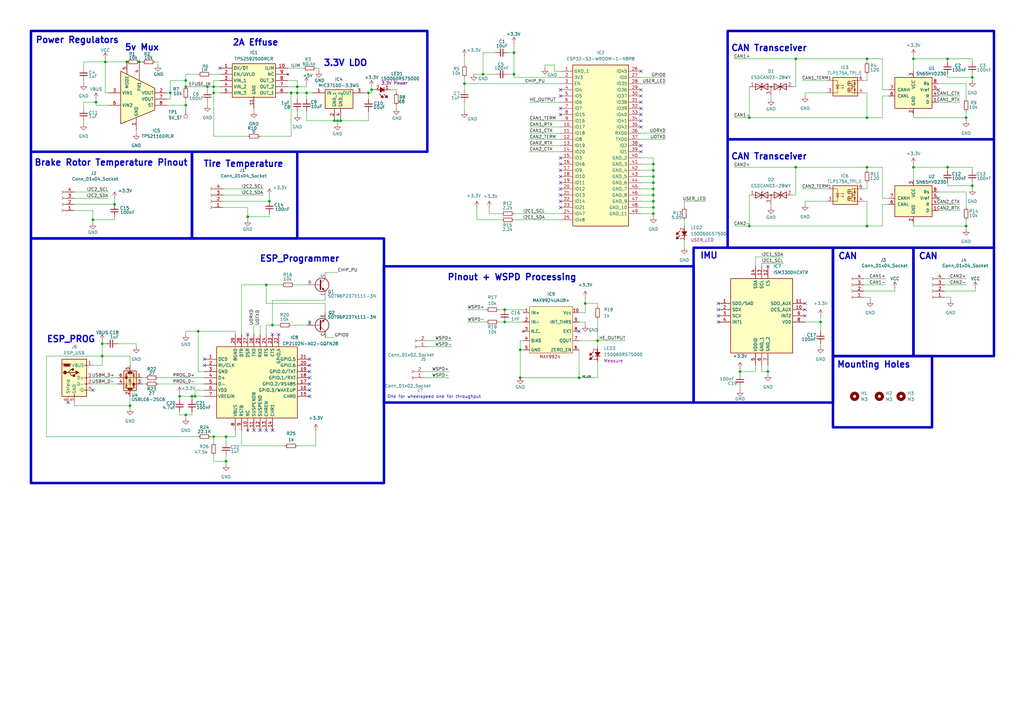
<source format=kicad_sch>
(kicad_sch (version 20250114) (generator "eeschema") (generator_version "9.0")
  (paper "A3")
  (rectangle (start 12.7 97.79) (end 157.48 198.12) (stroke (width 1.016)))
  (rectangle (start 374.65 101.6) (end 407.67 146.05) (stroke (width 1.016)))
  (rectangle (start 157.48 109.22) (end 284.48 165.1) (stroke (width 1.016)))
  (rectangle (start 298.45 57.15) (end 407.67 101.6) (stroke (width 1.016)))
  (rectangle (start 78.74 62.23) (end 121.92 97.79) (stroke (width 1.016)))
  (rectangle (start 298.45 12.7) (end 407.67 57.15) (stroke (width 1.016)))
  (rectangle (start 341.63 101.6) (end 374.65 146.05) (stroke (width 1.016)))
  (rectangle (start 12.7 62.23) (end 78.74 97.79) (stroke (width 1.016)))
  (rectangle (start 341.63 146.05) (end 382.27 175.26) (stroke (width 1.016)))
  (rectangle (start 12.7 12.7) (end 175.26 62.23) (stroke (width 1.016)))
  (rectangle (start 284.48 101.6) (end 341.63 165.1) (stroke (width 1.016)))
  (text "One for wheelspeed one for throughput" (at 178.054 162.814 0) (effects (font (size 1.27 1.27))))
  (text "2A Effuse" (at 95.25 19.05 0) (effects (font (size 2.56 2.56) (thickness 0.512) (bold yes)) (justify left bottom)))
  (text "IMU" (at 287.02 106.426 0) (effects (font (size 2.56 2.56) (thickness 0.512) (bold yes)) (justify left bottom)))
  (text "3.3V LDO" (at 132.588 27.432 0) (effects (font (size 2.56 2.56) (thickness 0.512) (bold yes)) (justify left bottom)))
  (text "CAN Transceiver" (at 299.72 65.786 0) (effects (font (size 2.54 2.54) (thickness 0.512) (bold yes)) (justify left bottom)))
  (text "CAN" (at 343.662 106.68 0) (effects (font (size 2.56 2.56) (thickness 0.512) (bold yes)) (justify left bottom)))
  (text "Brake Rotor Temperature Pinout" (at 13.97 68.326 0) (effects (font (size 2.56 2.56) (thickness 0.512) (bold yes)) (justify left bottom)))
  (text "ESP_Programmer" (at 106.426 107.696 0) (effects (font (size 2.54 2.54) (thickness 0.512) (bold yes)) (justify left bottom)))
  (text "ESP_PROG" (at 19.05 140.716 0) (effects (font (size 2.54 2.54) (thickness 0.512) (bold yes)) (justify left bottom)))
  (text "Pinout + WSPD Processing" (at 183.388 115.316 0) (effects (font (size 2.56 2.56) (thickness 0.512) (bold yes)) (justify left bottom)))
  (text "5v Mux" (at 51.054 21.082 0) (effects (font (size 2.56 2.56) (thickness 0.512) (bold yes)) (justify left bottom)))
  (text "Mounting Holes" (at 343.154 151.13 0) (effects (font (size 2.56 2.56) (thickness 0.512) (bold yes)) (justify left bottom)))
  (text "CAN Transceiver" (at 299.72 21.336 0) (effects (font (size 2.54 2.54) (thickness 0.512) (bold yes)) (justify left bottom)))
  (text "CAN" (at 376.682 106.68 0) (effects (font (size 2.56 2.56) (thickness 0.512) (bold yes)) (justify left bottom)))
  (text "Tire Temperature" (at 83.312 68.834 0) (effects (font (size 2.56 2.56) (thickness 0.512) (bold yes)) (justify left bottom)))
  (text "Power Regulators" (at 14.478 18.034 0) (effects (font (size 2.56 2.56) (thickness 0.512) (bold yes)) (justify left bottom)))
  (junction (at 139.7 49.53))
  (junction (at 237.49 154.94))
  (junction (at 267.97 74.93))
  (junction (at 39.37 41.91))
  (junction (at 303.53 152.4))
  (junction (at 78.74 162.56))
  (junction (at 374.65 24.13))
  (junction (at 110.49 82.55))
  (junction (at 267.97 80.01))
  (junction (at 355.6 48.26))
  (junction (at 101.6 88.9))
  (junction (at 151.13 38.1))
  (junction (at 138.43 49.53))
  (junction (at 76.2 35.56))
  (junction (at 396.24 48.26))
  (junction (at 314.96 152.4))
  (junction (at 307.34 48.26))
  (junction (at 374.65 68.58))
  (junction (at 125.73 38.1))
  (junction (at 76.2 33.02))
  (junction (at 207.01 132.08))
  (junction (at 398.78 76.2))
  (junction (at 355.6 24.13))
  (junction (at 41.91 146.05))
  (junction (at 53.34 166.37))
  (junction (at 210.82 21.59))
  (junction (at 137.16 49.53))
  (junction (at 396.24 92.71))
  (junction (at 307.34 92.71))
  (junction (at 85.09 35.56))
  (junction (at 41.91 140.97))
  (junction (at 87.63 38.1))
  (junction (at 111.76 133.35))
  (junction (at 76.2 43.18))
  (junction (at 207.01 127))
  (junction (at 119.38 38.1))
  (junction (at 213.36 154.94))
  (junction (at 57.15 25.4))
  (junction (at 43.18 25.4))
  (junction (at 326.39 68.58))
  (junction (at 52.07 25.4))
  (junction (at 336.55 132.08))
  (junction (at 245.11 139.7))
  (junction (at 388.62 68.58))
  (junction (at 267.97 69.85))
  (junction (at 355.6 68.58))
  (junction (at 267.97 85.09))
  (junction (at 69.85 38.1))
  (junction (at 267.97 82.55))
  (junction (at 80.01 162.56))
  (junction (at 152.4 36.83))
  (junction (at 81.28 135.89))
  (junction (at 267.97 87.63))
  (junction (at 121.92 38.1))
  (junction (at 267.97 67.31))
  (junction (at 198.12 30.48))
  (junction (at 210.82 30.48))
  (junction (at 190.5 34.29))
  (junction (at 92.71 179.07))
  (junction (at 76.2 170.18))
  (junction (at 267.97 72.39))
  (junction (at 121.92 35.56))
  (junction (at 87.63 179.07))
  (junction (at 267.97 77.47))
  (junction (at 46.99 83.82))
  (junction (at 73.66 162.56))
  (junction (at 240.03 124.46))
  (junction (at 355.6 92.71))
  (junction (at 213.36 143.51))
  (junction (at 388.62 24.13))
  (junction (at 92.71 189.23))
  (junction (at 38.1 90.17))
  (junction (at 87.63 35.56))
  (junction (at 326.39 24.13))
  (junction (at 398.78 31.75))
  (junction (at 109.22 116.84))
  (no_connect (at 111.76 176.53))
  (no_connect (at 106.68 176.53))
  (no_connect (at 229.87 64.77))
  (no_connect (at 104.14 176.53))
  (no_connect (at 127 162.56))
  (no_connect (at 127 154.94))
  (no_connect (at 229.87 36.83))
  (no_connect (at 262.89 44.45))
  (no_connect (at 127 149.86))
  (no_connect (at 384.81 36.83))
  (no_connect (at 262.89 39.37))
  (no_connect (at 330.2 127))
  (no_connect (at 262.89 41.91))
  (no_connect (at 262.89 62.23))
  (no_connect (at 330.2 124.46))
  (no_connect (at 127 160.02))
  (no_connect (at 229.87 72.39))
  (no_connect (at 127 152.4))
  (no_connect (at 101.6 137.16))
  (no_connect (at 314.96 109.22))
  (no_connect (at 83.82 149.86))
  (no_connect (at 229.87 74.93))
  (no_connect (at 229.87 46.99))
  (no_connect (at 294.64 132.08))
  (no_connect (at 237.49 135.89))
  (no_connect (at 83.82 147.32))
  (no_connect (at 90.17 27.94))
  (no_connect (at 229.87 82.55))
  (no_connect (at 262.89 36.83))
  (no_connect (at 294.64 129.54))
  (no_connect (at 229.87 67.31))
  (no_connect (at 229.87 39.37))
  (no_connect (at 330.2 129.54))
  (no_connect (at 114.3 137.16))
  (no_connect (at 229.87 69.85))
  (no_connect (at 262.89 59.69))
  (no_connect (at 109.22 176.53))
  (no_connect (at 294.64 127))
  (no_connect (at 127 157.48))
  (no_connect (at 111.76 137.16))
  (no_connect (at 229.87 44.45))
  (no_connect (at 229.87 77.47))
  (no_connect (at 262.89 46.99))
  (no_connect (at 262.89 52.07))
  (no_connect (at 127 147.32))
  (no_connect (at 229.87 80.01))
  (no_connect (at 384.81 81.28))
  (no_connect (at 262.89 29.21))
  (no_connect (at 262.89 49.53))
  (no_connect (at 27.94 165.1))
  (no_connect (at 38.1 160.02))
  (no_connect (at 229.87 85.09))
  (no_connect (at 294.64 124.46))
  (wire (pts (xy 213.36 139.7) (xy 213.36 143.51)))
  (wire (pts (xy 363.22 116.84) (xy 354.33 116.84)))
  (wire (pts (xy 388.62 68.58) (xy 388.62 69.85)))
  (wire (pts (xy 267.97 74.93) (xy 267.97 77.47)))
  (wire (pts (xy 53.34 146.05) (xy 53.34 149.86)))
  (wire (pts (xy 19.05 179.07) (xy 81.28 179.07)))
  (wire (pts (xy 398.78 76.2) (xy 398.78 77.47)))
  (wire (pts (xy 326.39 80.01) (xy 325.12 80.01)))
  (wire (pts (xy 388.62 24.13) (xy 388.62 25.4)))
  (wire (pts (xy 151.13 38.1) (xy 151.13 40.64)))
  (wire (pts (xy 120.65 116.84) (xy 125.73 116.84)))
  (wire (pts (xy 314.96 149.86) (xy 314.96 152.4)))
  (wire (pts (xy 267.97 85.09) (xy 267.97 87.63)))
  (wire (pts (xy 326.39 35.56) (xy 325.12 35.56)))
  (wire (pts (xy 152.4 36.83) (xy 153.67 36.83)))
  (wire (pts (xy 101.6 85.09) (xy 101.6 88.9)))
  (wire (pts (xy 262.89 67.31) (xy 267.97 67.31)))
  (wire (pts (xy 237.49 139.7) (xy 245.11 139.7)))
  (wire (pts (xy 162.56 36.83) (xy 162.56 38.1)))
  (wire (pts (xy 58.42 25.4) (xy 57.15 25.4)))
  (wire (pts (xy 92.71 179.07) (xy 92.71 181.61)))
  (wire (pts (xy 217.17 54.61) (xy 229.87 54.61)))
  (wire (pts (xy 173.99 154.94) (xy 184.15 154.94)))
  (wire (pts (xy 312.42 109.22) (xy 312.42 107.95)))
  (wire (pts (xy 374.65 24.13) (xy 374.65 29.21)))
  (wire (pts (xy 262.89 87.63) (xy 267.97 87.63)))
  (wire (pts (xy 38.1 157.48) (xy 48.26 157.48)))
  (wire (pts (xy 87.63 179.07) (xy 87.63 181.61)))
  (wire (pts (xy 245.11 130.81) (xy 245.11 139.7)))
  (wire (pts (xy 336.55 140.97) (xy 336.55 142.24)))
  (wire (pts (xy 354.33 77.47) (xy 355.6 77.47)))
  (wire (pts (xy 73.66 162.56) (xy 73.66 161.29)))
  (wire (pts (xy 374.65 92.71) (xy 374.65 91.44)))
  (wire (pts (xy 87.63 33.02) (xy 90.17 33.02)))
  (wire (pts (xy 300.99 48.26) (xy 307.34 48.26)))
  (wire (pts (xy 262.89 34.29) (xy 273.05 34.29)))
  (wire (pts (xy 92.71 189.23) (xy 92.71 190.5)))
  (wire (pts (xy 137.16 49.53) (xy 138.43 49.53)))
  (wire (pts (xy 213.36 154.94) (xy 237.49 154.94)))
  (wire (pts (xy 111.76 133.35) (xy 114.3 133.35)))
  (wire (pts (xy 119.38 55.88) (xy 119.38 38.1)))
  (wire (pts (xy 384.81 78.74) (xy 396.24 78.74)))
  (wire (pts (xy 125.73 45.72) (xy 125.73 49.53)))
  (wire (pts (xy 280.67 99.06) (xy 280.67 101.6)))
  (wire (pts (xy 48.26 140.97) (xy 55.88 140.97)))
  (wire (pts (xy 87.63 38.1) (xy 87.63 55.88)))
  (wire (pts (xy 125.73 35.56) (xy 125.73 34.29)))
  (wire (pts (xy 30.48 166.37) (xy 30.48 165.1)))
  (wire (pts (xy 80.01 160.02) (xy 80.01 162.56)))
  (wire (pts (xy 175.26 139.7) (xy 185.42 139.7)))
  (wire (pts (xy 262.89 80.01) (xy 267.97 80.01)))
  (wire (pts (xy 85.09 35.56) (xy 87.63 35.56)))
  (wire (pts (xy 76.2 135.89) (xy 76.2 137.16)))
  (wire (pts (xy 133.35 138.43) (xy 137.16 138.43)))
  (wire (pts (xy 41.91 146.05) (xy 41.91 149.86)))
  (wire (pts (xy 68.58 43.18) (xy 76.2 43.18)))
  (wire (pts (xy 326.39 24.13) (xy 355.6 24.13)))
  (wire (pts (xy 86.36 179.07) (xy 87.63 179.07)))
  (wire (pts (xy 389.89 121.92) (xy 389.89 123.19)))
  (wire (pts (xy 121.92 35.56) (xy 121.92 38.1)))
  (wire (pts (xy 309.88 105.41) (xy 321.31 105.41)))
  (wire (pts (xy 86.36 30.48) (xy 90.17 30.48)))
  (wire (pts (xy 262.89 72.39) (xy 267.97 72.39)))
  (wire (pts (xy 76.2 33.02) (xy 76.2 35.56)))
  (wire (pts (xy 85.09 36.83) (xy 85.09 35.56)))
  (wire (pts (xy 339.09 82.55) (xy 330.2 82.55)))
  (wire (pts (xy 121.92 45.72) (xy 121.92 46.99)))
  (wire (pts (xy 355.6 69.85) (xy 355.6 68.58)))
  (wire (pts (xy 388.62 31.75) (xy 398.78 31.75)))
  (wire (pts (xy 34.29 25.4) (xy 43.18 25.4)))
  (wire (pts (xy 198.12 30.48) (xy 203.2 30.48)))
  (wire (pts (xy 262.89 74.93) (xy 267.97 74.93)))
  (wire (pts (xy 110.49 88.9) (xy 110.49 87.63)))
  (wire (pts (xy 280.67 82.55) (xy 280.67 85.09)))
  (wire (pts (xy 237.49 132.08) (xy 240.03 132.08)))
  (wire (pts (xy 73.66 168.91) (xy 73.66 170.18)))
  (wire (pts (xy 361.95 48.26) (xy 361.95 39.37)))
  (wire (pts (xy 388.62 76.2) (xy 398.78 76.2)))
  (wire (pts (xy 34.29 34.29) (xy 34.29 33.02)))
  (wire (pts (xy 300.99 68.58) (xy 326.39 68.58)))
  (wire (pts (xy 262.89 54.61) (xy 273.05 54.61)))
  (wire (pts (xy 91.44 80.01) (xy 107.95 80.01)))
  (wire (pts (xy 121.92 33.02) (xy 121.92 35.56)))
  (wire (pts (xy 208.28 21.59) (xy 210.82 21.59)))
  (wire (pts (xy 91.44 77.47) (xy 107.95 77.47)))
  (wire (pts (xy 55.88 53.34) (xy 55.88 54.61)))
  (wire (pts (xy 96.52 137.16) (xy 96.52 135.89)))
  (wire (pts (xy 80.01 162.56) (xy 83.82 162.56)))
  (wire (pts (xy 396.24 48.26) (xy 396.24 49.53)))
  (wire (pts (xy 198.12 21.59) (xy 203.2 21.59)))
  (wire (pts (xy 245.11 148.59) (xy 245.11 154.94)))
  (wire (pts (xy 111.76 123.19) (xy 111.76 133.35)))
  (wire (pts (xy 190.5 31.75) (xy 190.5 34.29)))
  (wire (pts (xy 173.99 152.4) (xy 184.15 152.4)))
  (wire (pts (xy 339.09 77.47) (xy 328.93 77.47)))
  (wire (pts (xy 104.14 44.45) (xy 104.14 45.72)))
  (wire (pts (xy 267.97 64.77) (xy 267.97 67.31)))
  (wire (pts (xy 262.89 64.77) (xy 267.97 64.77)))
  (wire (pts (xy 389.89 121.92) (xy 387.35 121.92)))
  (wire (pts (xy 336.55 132.08) (xy 336.55 135.89)))
  (wire (pts (xy 398.78 30.48) (xy 398.78 31.75)))
  (wire (pts (xy 76.2 30.48) (xy 76.2 33.02)))
  (wire (pts (xy 101.6 88.9) (xy 101.6 90.17)))
  (wire (pts (xy 198.12 21.59) (xy 198.12 30.48)))
  (wire (pts (xy 92.71 179.07) (xy 96.52 179.07)))
  (wire (pts (xy 214.63 128.27) (xy 214.63 127)))
  (wire (pts (xy 30.48 83.82) (xy 46.99 83.82)))
  (wire (pts (xy 214.63 127) (xy 207.01 127)))
  (wire (pts (xy 240.03 124.46) (xy 240.03 128.27)))
  (wire (pts (xy 106.68 133.35) (xy 106.68 137.16)))
  (wire (pts (xy 43.18 24.13) (xy 43.18 25.4)))
  (wire (pts (xy 374.65 68.58) (xy 388.62 68.58)))
  (wire (pts (xy 240.03 128.27) (xy 237.49 128.27)))
  (wire (pts (xy 300.99 24.13) (xy 326.39 24.13)))
  (wire (pts (xy 267.97 82.55) (xy 267.97 85.09)))
  (wire (pts (xy 312.42 149.86) (xy 312.42 152.4)))
  (wire (pts (xy 237.49 154.94) (xy 245.11 154.94)))
  (wire (pts (xy 76.2 43.18) (xy 76.2 44.45)))
  (wire (pts (xy 38.1 86.36) (xy 38.1 90.17)))
  (wire (pts (xy 87.63 38.1) (xy 90.17 38.1)))
  (wire (pts (xy 330.2 132.08) (xy 336.55 132.08)))
  (wire (pts (xy 213.36 139.7) (xy 214.63 139.7)))
  (wire (pts (xy 119.38 133.35) (xy 125.73 133.35)))
  (wire (pts (xy 396.24 45.72) (xy 396.24 48.26)))
  (wire (pts (xy 237.49 143.51) (xy 237.49 154.94)))
  (wire (pts (xy 111.76 133.35) (xy 109.22 133.35)))
  (wire (pts (xy 223.52 26.67) (xy 223.52 27.94)))
  (wire (pts (xy 116.84 182.88) (xy 99.06 182.88)))
  (wire (pts (xy 312.42 107.95) (xy 321.31 107.95)))
  (wire (pts (xy 76.2 35.56) (xy 85.09 35.56)))
  (wire (pts (xy 190.5 22.86) (xy 190.5 26.67)))
  (wire (pts (xy 303.53 158.75) (xy 303.53 160.02)))
  (wire (pts (xy 355.6 82.55) (xy 355.6 92.71)))
  (wire (pts (xy 309.88 109.22) (xy 309.88 105.41)))
  (wire (pts (xy 152.4 38.1) (xy 151.13 38.1)))
  (wire (pts (xy 139.7 49.53) (xy 151.13 49.53)))
  (wire (pts (xy 398.78 74.93) (xy 398.78 76.2)))
  (wire (pts (xy 87.63 55.88) (xy 101.6 55.88)))
  (wire (pts (xy 267.97 87.63) (xy 267.97 88.9)))
  (wire (pts (xy 227.33 29.21) (xy 227.33 26.67)))
  (wire (pts (xy 19.05 146.05) (xy 41.91 146.05)))
  (wire (pts (xy 384.81 34.29) (xy 396.24 34.29)))
  (wire (pts (xy 133.35 111.76) (xy 138.43 111.76)))
  (wire (pts (xy 354.33 119.38) (xy 367.03 119.38)))
  (wire (pts (xy 227.33 26.67) (xy 223.52 26.67)))
  (wire (pts (xy 210.82 17.78) (xy 210.82 21.59)))
  (wire (pts (xy 398.78 24.13) (xy 398.78 25.4)))
  (wire (pts (xy 374.65 48.26) (xy 396.24 48.26)))
  (wire (pts (xy 118.11 38.1) (xy 119.38 38.1)))
  (wire (pts (xy 355.6 77.47) (xy 355.6 74.93)))
  (wire (pts (xy 46.99 90.17) (xy 38.1 90.17)))
  (wire (pts (xy 39.37 40.64) (xy 39.37 41.91)))
  (wire (pts (xy 87.63 179.07) (xy 92.71 179.07)))
  (wire (pts (xy 73.66 170.18) (xy 76.2 170.18)))
  (wire (pts (xy 303.53 152.4) (xy 303.53 151.13)))
  (wire (pts (xy 330.2 38.1) (xy 330.2 39.37)))
  (wire (pts (xy 396.24 34.29) (xy 396.24 40.64)))
  (wire (pts (xy 190.5 41.91) (xy 190.5 45.72)))
  (wire (pts (xy 138.43 49.53) (xy 138.43 50.8)))
  (wire (pts (xy 19.05 146.05) (xy 19.05 179.07)))
  (wire (pts (xy 396.24 78.74) (xy 396.24 85.09)))
  (wire (pts (xy 303.53 152.4) (xy 303.53 153.67)))
  (wire (pts (xy 92.71 186.69) (xy 92.71 189.23)))
  (wire (pts (xy 91.44 85.09) (xy 101.6 85.09)))
  (wire (pts (xy 78.74 170.18) (xy 78.74 168.91)))
  (wire (pts (xy 309.88 152.4) (xy 303.53 152.4)))
  (wire (pts (xy 309.88 149.86) (xy 309.88 152.4)))
  (wire (pts (xy 354.33 114.3) (xy 363.22 114.3)))
  (wire (pts (xy 361.95 36.83) (xy 364.49 36.83)))
  (wire (pts (xy 262.89 85.09) (xy 267.97 85.09)))
  (wire (pts (xy 361.95 81.28) (xy 364.49 81.28)))
  (wire (pts (xy 240.03 132.08) (xy 240.03 133.35)))
  (wire (pts (xy 30.48 166.37) (xy 53.34 166.37)))
  (wire (pts (xy 138.43 49.53) (xy 139.7 49.53)))
  (wire (pts (xy 118.11 35.56) (xy 121.92 35.56)))
  (wire (pts (xy 133.35 123.19) (xy 111.76 123.19)))
  (wire (pts (xy 69.85 33.02) (xy 76.2 33.02)))
  (wire (pts (xy 73.66 162.56) (xy 73.66 163.83)))
  (wire (pts (xy 149.86 38.1) (xy 151.13 38.1)))
  (wire (pts (xy 245.11 139.7) (xy 256.54 139.7)))
  (wire (pts (xy 195.58 85.09) (xy 195.58 90.17)))
  (wire (pts (xy 41.91 140.97) (xy 41.91 146.05)))
  (wire (pts (xy 388.62 76.2) (xy 388.62 74.93)))
  (wire (pts (xy 110.49 88.9) (xy 101.6 88.9)))
  (wire (pts (xy 46.99 90.17) (xy 46.99 88.9)))
  (wire (pts (xy 245.11 139.7) (xy 245.11 142.24)))
  (wire (pts (xy 355.6 38.1) (xy 355.6 48.26)))
  (wire (pts (xy 58.42 157.48) (xy 59.69 157.48)))
  (wire (pts (xy 374.65 48.26) (xy 374.65 46.99)))
  (wire (pts (xy 121.92 182.88) (xy 129.54 182.88)))
  (wire (pts (xy 355.6 33.02) (xy 355.6 30.48)))
  (wire (pts (xy 190.5 34.29) (xy 229.87 34.29)))
  (wire (pts (xy 204.47 127) (xy 207.01 127)))
  (wire (pts (xy 374.65 24.13) (xy 388.62 24.13)))
  (wire (pts (xy 76.2 40.64) (xy 76.2 43.18)))
  (wire (pts (xy 137.16 49.53) (xy 125.73 49.53)))
  (wire (pts (xy 73.66 162.56) (xy 78.74 162.56)))
  (wire (pts (xy 64.77 25.4) (xy 63.5 25.4)))
  (wire (pts (xy 339.09 38.1) (xy 330.2 38.1)))
  (wire (pts (xy 210.82 21.59) (xy 210.82 30.48)))
  (wire (pts (xy 64.77 154.94) (xy 83.82 154.94)))
  (wire (pts (xy 262.89 57.15) (xy 273.05 57.15)))
  (wire (pts (xy 121.92 38.1) (xy 125.73 38.1)))
  (wire (pts (xy 229.87 31.75) (xy 210.82 31.75)))
  (wire (pts (xy 326.39 24.13) (xy 326.39 35.56)))
  (wire (pts (xy 210.82 90.17) (xy 229.87 90.17)))
  (wire (pts (xy 361.95 39.37) (xy 364.49 39.37)))
  (wire (pts (xy 30.48 86.36) (xy 38.1 86.36)))
  (wire (pts (xy 41.91 139.7) (xy 41.91 140.97)))
  (wire (pts (xy 356.87 121.92) (xy 354.33 121.92)))
  (wire (pts (xy 336.55 129.54) (xy 336.55 132.08)))
  (wire (pts (xy 326.39 68.58) (xy 355.6 68.58)))
  (wire (pts (xy 87.63 35.56) (xy 90.17 35.56)))
  (wire (pts (xy 229.87 29.21) (xy 227.33 29.21)))
  (wire (pts (xy 99.06 116.84) (xy 99.06 137.16)))
  (wire (pts (xy 78.74 162.56) (xy 78.74 163.83)))
  (wire (pts (xy 326.39 68.58) (xy 326.39 80.01)))
  (wire (pts (xy 267.97 77.47) (xy 267.97 80.01)))
  (wire (pts (xy 355.6 48.26) (xy 361.95 48.26)))
  (wire (pts (xy 41.91 146.05) (xy 53.34 146.05)))
  (wire (pts (xy 34.29 49.53) (xy 34.29 50.8)))
  (wire (pts (xy 307.34 80.01) (xy 307.34 92.71)))
  (wire (pts (xy 39.37 41.91) (xy 34.29 41.91)))
  (wire (pts (xy 129.54 182.88) (xy 129.54 176.53)))
  (wire (pts (xy 361.95 68.58) (xy 361.95 81.28)))
  (wire (pts (xy 87.63 35.56) (xy 87.63 33.02)))
  (wire (pts (xy 355.6 68.58) (xy 361.95 68.58)))
  (wire (pts (xy 217.17 59.69) (xy 229.87 59.69)))
  (wire (pts (xy 96.52 179.07) (xy 96.52 176.53)))
  (wire (pts (xy 55.88 140.97) (xy 55.88 142.24)))
  (wire (pts (xy 400.05 119.38) (xy 400.05 118.11)))
  (wire (pts (xy 330.2 82.55) (xy 330.2 83.82)))
  (wire (pts (xy 41.91 140.97) (xy 43.18 140.97)))
  (wire (pts (xy 43.18 25.4) (xy 43.18 38.1)))
  (wire (pts (xy 81.28 135.89) (xy 81.28 152.4)))
  (wire (pts (xy 374.65 92.71) (xy 396.24 92.71)))
  (wire (pts (xy 388.62 68.58) (xy 398.78 68.58)))
  (wire (pts (xy 83.82 152.4) (xy 81.28 152.4)))
  (wire (pts (xy 38.1 149.86) (xy 41.91 149.86)))
  (wire (pts (xy 43.18 38.1) (xy 44.45 38.1)))
  (wire (pts (xy 68.58 40.64) (xy 69.85 40.64)))
  (wire (pts (xy 374.65 22.86) (xy 374.65 24.13)))
  (wire (pts (xy 151.13 45.72) (xy 151.13 49.53)))
  (wire (pts (xy 316.23 83.82) (xy 316.23 85.09)))
  (wire (pts (xy 191.77 132.08) (xy 199.39 132.08)))
  (wire (pts (xy 262.89 31.75) (xy 273.05 31.75)))
  (wire (pts (xy 217.17 49.53) (xy 229.87 49.53)))
  (wire (pts (xy 355.6 92.71) (xy 361.95 92.71)))
  (wire (pts (xy 374.65 68.58) (xy 374.65 73.66)))
  (wire (pts (xy 355.6 24.13) (xy 361.95 24.13)))
  (wire (pts (xy 69.85 38.1) (xy 69.85 33.02)))
  (wire (pts (xy 162.56 43.18) (xy 162.56 44.45)))
  (wire (pts (xy 267.97 67.31) (xy 267.97 69.85)))
  (wire (pts (xy 133.35 124.46) (xy 109.22 124.46)))
  (wire (pts (xy 207.01 132.08) (xy 214.63 132.08)))
  (wire (pts (xy 280.67 82.55) (xy 289.56 82.55)))
  (wire (pts (xy 213.36 143.51) (xy 214.63 143.51)))
  (wire (pts (xy 384.81 86.36) (xy 393.7 86.36)))
  (wire (pts (xy 175.26 142.24) (xy 185.42 142.24)))
  (wire (pts (xy 367.03 119.38) (xy 367.03 118.11)))
  (wire (pts (xy 384.81 41.91) (xy 393.7 41.91)))
  (wire (pts (xy 307.34 92.71) (xy 355.6 92.71)))
  (wire (pts (xy 217.17 41.91) (xy 229.87 41.91)))
  (wire (pts (xy 312.42 152.4) (xy 314.96 152.4)))
  (wire (pts (xy 387.35 114.3) (xy 396.24 114.3)))
  (wire (pts (xy 307.34 48.26) (xy 355.6 48.26)))
  (wire (pts (xy 388.62 24.13) (xy 398.78 24.13)))
  (wire (pts (xy 119.38 38.1) (xy 121.92 38.1)))
  (wire (pts (xy 34.29 41.91) (xy 34.29 44.45)))
  (wire (pts (xy 87.63 35.56) (xy 87.63 38.1)))
  (wire (pts (xy 217.17 57.15) (xy 229.87 57.15)))
  (wire (pts (xy 267.97 72.39) (xy 267.97 74.93)))
  (wire (pts (xy 240.03 124.46) (xy 245.11 124.46)))
  (wire (pts (xy 121.92 38.1) (xy 121.92 40.64)))
  (wire (pts (xy 190.5 34.29) (xy 190.5 36.83)))
  (wire (pts (xy 109.22 133.35) (xy 109.22 137.16)))
  (wire (pts (xy 53.34 167.64) (xy 53.34 166.37)))
  (wire (pts (xy 396.24 90.17) (xy 396.24 92.71)))
  (wire (pts (xy 80.01 160.02) (xy 83.82 160.02)))
  (wire (pts (xy 104.14 133.35) (xy 104.14 137.16)))
  (wire (pts (xy 39.37 43.18) (xy 44.45 43.18)))
  (wire (pts (xy 106.68 55.88) (xy 119.38 55.88)))
  (wire (pts (xy 96.52 135.89) (xy 81.28 135.89)))
  (wire (pts (xy 43.18 25.4) (xy 52.07 25.4)))
  (wire (pts (xy 194.31 30.48) (xy 198.12 30.48)))
  (wire (pts (xy 195.58 90.17) (xy 205.74 90.17)))
  (wire (pts (xy 217.17 52.07) (xy 229.87 52.07)))
  (wire (pts (xy 64.77 25.4) (xy 64.77 26.67)))
  (wire (pts (xy 38.1 154.94) (xy 48.26 154.94)))
  (wire (pts (xy 39.37 41.91) (xy 39.37 43.18)))
  (wire (pts (xy 355.6 25.4) (xy 355.6 24.13)))
  (wire (pts (xy 384.81 39.37) (xy 393.7 39.37)))
  (wire (pts (xy 129.54 27.94) (xy 130.81 27.94)))
  (wire (pts (xy 109.22 116.84) (xy 115.57 116.84)))
  (wire (pts (xy 387.35 119.38) (xy 400.05 119.38)))
  (wire (pts (xy 396.24 92.71) (xy 396.24 93.98)))
  (wire (pts (xy 109.22 116.84) (xy 109.22 124.46)))
  (wire (pts (xy 210.82 30.48) (xy 210.82 31.75)))
  (wire (pts (xy 121.92 35.56) (xy 125.73 35.56)))
  (wire (pts (xy 38.1 90.17) (xy 38.1 91.44)))
  (wire (pts (xy 307.34 35.56) (xy 307.34 48.26)))
  (wire (pts (xy 46.99 81.28) (xy 46.99 83.82)))
  (wire (pts (xy 130.81 27.94) (xy 130.81 29.21)))
  (wire (pts (xy 374.65 67.31) (xy 374.65 68.58)))
  (wire (pts (xy 133.35 121.92) (xy 133.35 123.19)))
  (wire (pts (xy 208.28 30.48) (xy 210.82 30.48)))
  (wire (pts (xy 354.33 82.55) (xy 355.6 82.55)))
  (wire (pts (xy 53.34 162.56) (xy 53.34 166.37)))
  (wire (pts (xy 76.2 170.18) (xy 78.74 170.18)))
  (wire (pts (xy 240.03 121.92) (xy 240.03 124.46)))
  (wire (pts (xy 110.49 80.01) (xy 110.49 82.55)))
  (wire (pts (xy 133.35 128.27) (xy 133.35 124.46)))
  (wire (pts (xy 152.4 36.83) (xy 152.4 38.1)))
  (wire (pts (xy 109.22 116.84) (xy 99.06 116.84)))
  (wire (pts (xy 210.82 87.63) (xy 229.87 87.63)))
  (wire (pts (xy 354.33 33.02) (xy 355.6 33.02)))
  (wire (pts (xy 76.2 30.48) (xy 81.28 30.48)))
  (wire (pts (xy 91.44 82.55) (xy 110.49 82.55)))
  (wire (pts (xy 69.85 40.64) (xy 69.85 38.1)))
  (wire (pts (xy 398.78 31.75) (xy 398.78 33.02)))
  (wire (pts (xy 160.02 36.83) (xy 162.56 36.83)))
  (wire (pts (xy 87.63 186.69) (xy 87.63 189.23)))
  (wire (pts (xy 300.99 92.71) (xy 307.34 92.71)))
  (wire (pts (xy 200.66 87.63) (xy 205.74 87.63)))
  (wire (pts (xy 388.62 31.75) (xy 388.62 30.48)))
  (wire (pts (xy 99.06 182.88) (xy 99.06 176.53)))
  (wire (pts (xy 339.09 33.02) (xy 328.93 33.02)))
  (wire (pts (xy 361.95 92.71) (xy 361.95 83.82)))
  (wire (pts (xy 262.89 69.85) (xy 267.97 69.85)))
  (wire (pts (xy 76.2 135.89) (xy 81.28 135.89)))
  (wire (pts (xy 396.24 116.84) (xy 387.35 116.84)))
  (wire (pts (xy 280.67 90.17) (xy 280.67 92.71)))
  (wire (pts (xy 78.74 162.56) (xy 80.01 162.56)))
  (wire (pts (xy 384.81 83.82) (xy 393.7 83.82)))
  (wire (pts (xy 245.11 124.46) (xy 245.11 125.73)))
  (wire (pts (xy 118.11 33.02) (xy 121.92 33.02)))
  (wire (pts (xy 30.48 81.28) (xy 44.45 81.28)))
  (wire (pts (xy 316.23 39.37) (xy 316.23 40.64)))
  (wire (pts (xy 213.36 143.51) (xy 213.36 154.94)))
  (wire (pts (xy 200.66 87.63) (xy 200.66 85.09)))
  (wire (pts (xy 204.47 132.08) (xy 207.01 132.08)))
  (wire (pts (xy 267.97 69.85) (xy 267.97 72.39)))
  (wire (pts (xy 118.11 27.94) (xy 124.46 27.94)))
  (wire (pts (xy 76.2 170.18) (xy 76.2 171.45)))
  (wire (pts (xy 356.87 121.92) (xy 356.87 123.19)))
  (wire (pts (xy 314.96 152.4) (xy 314.96 153.67)))
  (wire (pts (xy 361.95 83.82) (xy 364.49 83.82)))
  (wire (pts (xy 191.77 127) (xy 199.39 127)))
  (wire (pts (xy 30.48 78.74) (xy 44.45 78.74)))
  (wire (pts (xy 125.73 40.64) (xy 125.73 38.1)))
  (wire (pts (xy 217.17 62.23) (xy 229.87 62.23)))
  (wire (pts (xy 85.09 41.91) (xy 85.09 43.18)))
  (wire (pts (xy 398.78 68.58) (xy 398.78 69.85)))
  (wire (pts (xy 267.97 80.01) (xy 267.97 82.55)))
  (wire (pts (xy 87.63 189.23) (xy 92.71 189.23)))
  (wire (pts (xy 354.33 38.1) (xy 355.6 38.1)))
  (wire (pts (xy 262.89 77.47) (xy 267.97 77.47)))
  (wire (pts (xy 69.85 38.1) (xy 68.58 38.1)))
  (wire (pts (xy 125.73 38.1) (xy 128.27 38.1)))
  (wire (pts (xy 64.77 157.48) (xy 83.82 157.48)))
  (wire (pts (xy 262.89 82.55) (xy 267.97 82.55)))
  (wire (pts (xy 152.4 36.83) (xy 152.4 35.56)))
  (wire (pts (xy 34.29 25.4) (xy 34.29 27.94)))
  (wire (pts (xy 361.95 24.13) (xy 361.95 36.83)))
  (wire (pts (xy 58.42 154.94) (xy 59.69 154.94)))
  (label "WSPD+" (at 184.15 152.4 180))
  (label "HE_OUTPUT" (at 256.54 139.7 180))
  (label "UORXD" (at 104.14 133.35 90))
  (label "UOTXD" (at 273.05 57.15 180))
  (label "HE_OUTPUT" (at 217.17 41.91 0))
  (label "CHIP_PU" (at 223.52 34.29 180))
  (label "EFUSE_IN" (at 77.47 35.56 0))
  (label "CAN2-" (at 300.99 92.71 0))
  (label "CAN2_RTX" (at 217.17 59.69 0))
  (label "I2C1_SDA" (at 321.31 105.41 180))
  (label "WSPD+" (at 191.77 127 0))
  (label "UOTXD" (at 106.68 133.35 90))
  (label "GPIO0" (at 273.05 31.75 180))
  (label "CAN1-" (at 300.99 48.26 0))
  (label "I2C1_SCL" (at 223.52 87.63 180))
  (label "USER_LED" (at 273.05 34.29 180))
  (label "CAN2-" (at 396.24 116.84 180))
  (label "I2C2_SDA" (at 107.95 80.01 180))
  (label "GPIO0" (at 137.16 138.43 0))
  (label "ILIM" (at 123.19 27.94 180))
  (label "I2C1_SCL" (at 321.31 107.95 180))
  (label "CAN1_CTX" (at 393.7 39.37 180))
  (label "CAN2_CTX" (at 217.17 62.23 0))
  (label "WSPD-" (at 184.15 154.94 180))
  (label "I2C2_SDA" (at 44.45 81.28 180))
  (label "CAN2_TERM" (at 217.17 57.15 0))
  (label "CAN1-" (at 363.22 116.84 180))
  (label "CAN1_TERM" (at 217.17 49.53 0))
  (label "WSPD-" (at 191.77 132.08 0))
  (label "CAN1+" (at 363.22 114.3 180))
  (label "USBM_D-" (at 46.99 157.48 180))
  (label "CAN2+" (at 396.24 114.3 180))
  (label "CAN1_CTX" (at 217.17 54.61 0))
  (label "CAN1+" (at 300.99 24.13 0))
  (label "UORXD" (at 273.05 54.61 180))
  (label "USER_LED" (at 289.56 82.55 180))
  (label "CAN1_RTX" (at 217.17 52.07 0))
  (label "USBM_D+" (at 46.99 154.94 180))
  (label "CAN2+" (at 300.99 68.58 0))
  (label "CAN1_RTX" (at 393.7 41.91 180))
  (label "CAN2_CTX" (at 393.7 83.82 180))
  (label "CHIP_PU" (at 138.43 111.76 0))
  (label "PROG_D-" (at 80.01 157.48 180))
  (label "PROG_D+" (at 80.01 154.94 180))
  (label "CAN1_TERM" (at 328.93 33.02 0))
  (label "WSPD-" (at 185.42 142.24 180))
  (label "CAN2_RTX" (at 393.7 86.36 180))
  (label "CAN2_TERM" (at 328.93 77.47 0))
  (label "I2C1_SDA" (at 223.52 90.17 180))
  (label "WSPD+" (at 185.42 139.7 180))
  (label "HE_LED" (at 238.76 154.94 0) (effects (font (size 0.64 0.64))))
  (label "I2C2_SCL" (at 107.95 77.47 180))
  (label "I2C2_SCL" (at 44.45 78.74 180))
  (symbol (lib_id "power:+3.3V") (at 152.4 35.56 0) (unit 1)
    (property "Reference" "#PWR012" (effects (hide yes)))
    (property "Value" "+3.3V" (at 152.4 31.75 0))
    (property "Description" "Power symbol creates a global label with name \"+3.3V\"" (effects (hide yes)))
  )
  (symbol (lib_name "GND_5") (lib_id "power:GND") (at 190.5 45.72 0) (unit 1)
    (property "Reference" "#PWR019" (effects (hide yes)))
    (property "Value" "GND" (at 193.802 48.768 0))
    (property "Description" "Power symbol creates a global label with name \"GND\" , ground" (effects (hide yes)))
  )
  (symbol (lib_id "Device:R_Small") (at 54.61 25.4 270) (unit 1)
    (property "Reference" "R1" (at 52.832 22.098 90) (effects (justify left)))
    (property "Value" "10k" (at 54.61 23.622 90))
    (property "Footprint" "Resistor_SMD:R_0603_1608Metric" (effects (hide yes)))
  )
  (symbol (lib_id "power:GND") (at 398.78 77.47 0) (unit 1)
    (property "Reference" "#PWR026" (effects (hide yes)))
    (property "Value" "GND" (at 398.78 82.55 0))
    (property "Description" "Power symbol creates a global label with name \"GND\" , ground" (effects (hide yes)))
  )
  (symbol (lib_id "SDM_LED:150060RS75000") (at 245.11 148.59 90) (unit 1)
    (property "Reference" "LED3" (at 247.65 142.8749 90) (effects (justify right)))
    (property "Value" "150060RS75000" (at 247.65 145.4149 90) (effects (justify right)))
    (property "Footprint" "SDM_MiscFootprint:LEDC1608X80N" (effects (hide yes)))
    (property "Datasheet" "https://www.we-online.com/components/products/datasheet/150060RS75000.pdf" (effects (hide yes)))
    (property "Description" "WURTH ELEKTRONIK - 150060RS75000 - LED, 0603, RED, 250MCD, 625NM" (effects (hide yes)))
    (property "Measure" "Measure" (at 247.65 147.9549 90) (effects (justify right)))
    (property "Height" "0.8" (effects (hide yes)))
    (property "Mouser Part Number" "710-150060RS75000" (effects (hide yes)))
    (property "Mouser Price/Stock" "https://www.mouser.co.uk/ProductDetail/Wurth-Elektronik/150060RS75000?qs=LlUlMxKIyB3QnmZ3fw%2FVCA%3D%3D" (effects (hide yes)))
    (property "Manufacturer_Name" "Wurth Elektronik" (effects (hide yes)))
    (property "Manufacturer_Part_Number" "150060RS75000" (effects (hide yes)))
  )
  (symbol (lib_id "Device:C_Small") (at 151.13 43.18 180) (unit 1)
    (property "Reference" "C10" (at 157.226 42.418 0) (effects (justify left)))
    (property "Value" "10uF" (at 157.988 43.942 0) (effects (justify left)))
    (property "Footprint" "Capacitor_SMD:C_0603_1608Metric" (effects (hide yes)))
  )
  (symbol (lib_id "Device:C_Small") (at 92.71 184.15 180) (unit 1)
    (property "Reference" "C22" (at 98.298 183.388 0) (effects (justify left)))
    (property "Value" "1uF" (at 98.298 185.166 0) (effects (justify left)))
    (property "Footprint" "Capacitor_SMD:C_0603_1608Metric" (effects (hide yes)))
  )
  (symbol (lib_id "power:GND") (at 356.87 123.19 0) (unit 1)
    (property "Reference" "#PWR041" (effects (hide yes)))
    (property "Value" "GND" (at 356.87 128.27 0))
    (property "Description" "Power symbol creates a global label with name \"GND\" , ground" (effects (hide yes)))
  )
  (symbol (lib_name "VCC_1") (lib_id "power:VCC") (at 240.03 121.92 0) (unit 1)
    (property "Reference" "#PWR040" (effects (hide yes)))
    (property "Value" "+3.3V" (at 240.03 116.84 0))
    (property "Description" "Power symbol creates a global label with name \"VCC\"" (effects (hide yes)))
  )
  (symbol (lib_id "Connector:Conn_01x04_Socket") (at 86.36 82.55 180) (unit 1)
    (property "Reference" "J1" (at 100.584 69.85 0) (effects (justify left)))
    (property "Value" "Conn_01x04_Socket" (at 109.474 72.136 0) (effects (justify left)))
    (property "Footprint" "Connector_JST:JST_XH_S4B-XH-A_1x04_P2.50mm_Horizontal" (effects (hide yes)))
    (property "Description" "Generic connector, single row, 01x04, script generated" (effects (hide yes)))
  )
  (symbol (lib_id "SDM_ESD:ESDCAN03-2BWY") (at 316.23 80.01 0) (unit 1)
    (property "Reference" "D2" (at 316.23 73.66 0))
    (property "Value" "ESDCAN03-2BWY" (at 316.23 76.2 0))
    (property "Footprint" "SDM_MiscFootprint:SOT65P210X110-3N" (effects (hide yes)))
    (property "Datasheet" "https://www.mouser.de/datasheet/2/389/esdcan02-2bwy-954689.pdf" (effects (hide yes)))
    (property "Description" "ESD Suppressors / TVS Diodes Automotive dual-line Transil, Transient voltage suppressor (TVS) for CAN bus" (effects (hide yes)))
    (property "Height" "1.1" (effects (hide yes)))
    (property "Mouser Part Number" "511-ESDCAN03-2BWY" (effects (hide yes)))
    (property "Mouser Price/Stock" "https://www.mouser.co.uk/ProductDetail/STMicroelectronics/ESDCAN03-2BWY?qs=FqY30PPN9V2iiokjuqa22Q%3D%3D" (effects (hide yes)))
    (property "Manufacturer_Name" "STMicroelectronics" (effects (hide yes)))
    (property "Manufacturer_Part_Number" "ESDCAN03-2BWY" (effects (hide yes)))
  )
  (symbol (lib_id "Device:C_Small") (at 205.74 21.59 270) (unit 1)
    (property "Reference" "C1" (at 207.264 17.018 90) (effects (justify right)))
    (property "Value" "10uF" (at 208.28 18.796 90) (effects (justify right)))
    (property "Footprint" "Capacitor_SMD:C_0603_1608Metric" (effects (hide yes)))
  )
  (symbol (lib_id "power:GND") (at 55.88 142.24 0) (unit 1)
    (property "Reference" "#PWR047" (effects (hide yes)))
    (property "Value" "GND" (at 55.88 147.32 0))
    (property "Description" "Power symbol creates a global label with name \"GND\" , ground" (effects (hide yes)))
  )
  (symbol (lib_id "power:GND") (at 280.67 101.6 0) (unit 1)
    (property "Reference" "#PWR037" (effects (hide yes)))
    (property "Value" "GND" (at 280.67 106.68 0))
    (property "Description" "Power symbol creates a global label with name \"GND\" , ground" (effects (hide yes)))
  )
  (symbol (lib_id "MicroControllers:ESP32-S3-WROOM-1-N8R8") (at 229.87 29.21 0) (unit 1)
    (property "Reference" "IC2" (at 246.38 21.59 0))
    (property "Value" "ESP32-S3-WROOM-1-N8R8" (at 246.38 24.13 0))
    (property "Footprint" "ESP32S3WROOM1N8R8" (effects (hide yes)))
    (property "Datasheet" "https://www.espressif.com/sites/default/files/documentation/esp32-s3-wroom-1_wroom-1u_datasheet_en.pdf" (effects (hide yes)))
    (property "Description" "WiFi Modules - 802.11 (Engineering Samples Only) SMD Module, ESP32-S3R8 with 8 MB Octal PSRAM Die, 8 MB Quad SPI flash, PCB Antenna" (effects (hide yes)))
    (property "Height" "3.25" (effects (hide yes)))
    (property "Mouser Part Number" "356-EP32S3WROOM1N8R8" (effects (hide yes)))
    (property "Mouser Price/Stock" "https://www.mouser.co.uk/ProductDetail/Espressif-Systems/ESP32-S3-WROOM-1-N8R8?qs=7D1LtPJG0i3%2F28hKFavOpQ%3D%3D" (effects (hide yes)))
    (property "Manufacturer_Name" "Espressif Systems" (effects (hide yes)))
    (property "Manufacturer_Part_Number" "ESP32-S3-WROOM-1-N8R8" (effects (hide yes)))
  )
  (symbol (lib_id "power:+3.3V") (at 374.65 67.31 0) (unit 1)
    (property "Reference" "#PWR025" (effects (hide yes)))
    (property "Value" "+3.3V" (at 374.65 62.992 0))
    (property "Description" "Power symbol creates a global label with name \"+3.3V\"" (effects (hide yes)))
  )
  (symbol (lib_id "Device:R_Small") (at 190.5 29.21 0) (mirror y) (unit 1)
    (property "Reference" "R5" (at 187.198 28.194 0))
    (property "Value" "10k" (at 187.198 29.972 0))
    (property "Footprint" "Resistor_SMD:R_0603_1608Metric" (effects (hide yes)))
  )
  (symbol (lib_id "power:GND") (at 138.43 50.8 0) (unit 1)
    (property "Reference" "#PWR023" (effects (hide yes)))
    (property "Value" "GND" (at 138.43 54.864 0))
    (property "Description" "Power symbol creates a global label with name \"GND\" , ground" (effects (hide yes)))
  )
  (symbol (lib_id "power:GND") (at 316.23 40.64 0) (unit 1)
    (property "Reference" "#PWR015" (effects (hide yes)))
    (property "Value" "GND" (at 316.23 44.704 0))
    (property "Description" "Power symbol creates a global label with name \"GND\" , ground" (effects (hide yes)))
  )
  (symbol (lib_id "USBUART:CP2102N-A02-GQFN28") (at 83.82 147.32 0) (unit 1)
    (property "Reference" "IC8" (at 119.126 138.43 0) (effects (justify left)))
    (property "Value" "CP2102N-A02-GQFN28" (at 115.824 140.97 0) (effects (justify left)))
    (property "Footprint" "QFN50P500X500X80-29N-D" (effects (hide yes)))
    (property "Datasheet" "https://componentsearchengine.com/Datasheets/2/CP2102N-A02-GQFN28.pdf" (effects (hide yes)))
    (property "Description" "SILICON LABS - CP2102N-A02-GQFN28 - USB TO UART BRIDGE, -40 TO 85DEG C" (effects (hide yes)))
    (property "Height" "0.8" (effects (hide yes)))
    (property "Mouser Part Number" "634-CP2102NA02GQFN28" (effects (hide yes)))
    (property "Mouser Price/Stock" "https://www.mouser.co.uk/ProductDetail/Silicon-Labs/CP2102N-A02-GQFN28?qs=u16ybLDytRaSBkSkyjYFiA%3D%3D" (effects (hide yes)))
    (property "Manufacturer_Name" "Silicon Labs" (effects (hide yes)))
    (property "Manufacturer_Part_Number" "CP2102N-A02-GQFN28" (effects (hide yes)))
  )
  (symbol (lib_id "power:GND") (at 130.81 29.21 0) (unit 1)
    (property "Reference" "#PWR07" (effects (hide yes)))
    (property "Value" "GND" (at 131.064 33.02 0))
    (property "Description" "Power symbol creates a global label with name \"GND\" , ground" (effects (hide yes)))
  )
  (symbol (lib_id "Mechanical:MountingHole") (at 360.68 162.56 0) (unit 1)
    (property "Reference" "H2" (at 363.22 161.29 0) (effects (justify left)))
    (property "Value" "M3" (at 363.22 163.83 0) (effects (justify left)))
    (property "Footprint" "MountingHole:MountingHole_3.2mm_M3" (effects (hide yes)))
  )
  (symbol (lib_id "Device:C_Small") (at 110.49 85.09 180) (unit 1)
    (property "Reference" "C14" (at 116.332 84.074 0) (effects (justify left)))
    (property "Value" "100nF" (at 118.872 85.852 0) (effects (justify left)))
    (property "Footprint" "Capacitor_SMD:C_0603_1608Metric" (effects (hide yes)))
  )
  (symbol (lib_id "Device:C_Small") (at 46.99 86.36 180) (unit 1)
    (property "Reference" "C15" (at 53.086 85.344 0) (effects (justify left)))
    (property "Value" "100nF" (at 55.372 87.122 0) (effects (justify left)))
    (property "Footprint" "Capacitor_SMD:C_0603_1608Metric" (effects (hide yes)))
  )
  (symbol (lib_id "power:GND") (at 76.2 137.16 0) (unit 1)
    (property "Reference" "#PWR045" (effects (hide yes)))
    (property "Value" "GND" (at 76.2 141.224 0))
    (property "Description" "Power symbol creates a global label with name \"GND\" , ground" (effects (hide yes)))
  )
  (symbol (lib_id "power:VCC") (at 367.03 118.11 0) (unit 1)
    (property "Reference" "#PWR038" (effects (hide yes)))
    (property "Value" "VCC" (at 367.03 114.3 0))
    (property "Description" "Power symbol creates a global label with name \"VCC\"" (effects (hide yes)))
  )
  (symbol (lib_id "Mechanical:MountingHole") (at 350.52 162.56 0) (unit 1)
    (property "Reference" "H1" (at 353.06 161.29 0) (effects (justify left)))
    (property "Value" "M3" (at 353.06 163.83 0) (effects (justify left)))
    (property "Footprint" "MountingHole:MountingHole_3.2mm_M3" (effects (hide yes)))
  )
  (symbol (lib_name "GND_7") (lib_id "power:GND") (at 303.53 160.02 0) (unit 1)
    (property "Reference" "#PWR052" (effects (hide yes)))
    (property "Value" "GND" (at 303.53 163.576 0))
    (property "Description" "Power symbol creates a global label with name \"GND\" , ground" (effects (hide yes)))
  )
  (symbol (lib_id "power:GND") (at 398.78 33.02 0) (unit 1)
    (property "Reference" "#PWR09" (effects (hide yes)))
    (property "Value" "GND" (at 398.78 38.1 0))
    (property "Description" "Power symbol creates a global label with name \"GND\" , ground" (effects (hide yes)))
  )
  (symbol (lib_id "Device:R_Small") (at 208.28 87.63 270) (mirror x) (unit 1)
    (property "Reference" "R12" (at 208.153 83.439 90))
    (property "Value" "2.2k" (at 208.153 85.217 90))
    (property "Footprint" "Resistor_SMD:R_0603_1608Metric" (effects (hide yes)))
  )
  (symbol (lib_id "power:+3.3V") (at 336.55 129.54 0) (unit 1)
    (property "Reference" "#PWR043" (effects (hide yes)))
    (property "Value" "+3.3V" (at 336.55 124.46 0))
    (property "Description" "Power symbol creates a global label with name \"+3.3V\"" (effects (hide yes)))
  )
  (symbol (lib_id "SDM_EFUSE:TPS259250DRCR") (at 90.17 27.94 0) (unit 1)
    (property "Reference" "IC1" (at 104.14 21.59 0))
    (property "Value" "TPS259250DRCR" (at 104.14 24.13 0))
    (property "Footprint" "SON50P300X300X100-11L-D" (effects (hide yes)))
    (property "Datasheet" "http://www.ti.com/lit/gpn/tps25925" (effects (hide yes)))
    (property "Description" "5V, 5A, 30m eFuse with Adjustable +/-15% Accurate Current Limit" (effects (hide yes)))
    (property "Height" "1" (effects (hide yes)))
    (property "Mouser Part Number" "595-TPS259250DRCR" (effects (hide yes)))
    (property "Mouser Price/Stock" "https://www.mouser.co.uk/ProductDetail/Texas-Instruments/TPS259250DRCR?qs=rBWM4%252BvDhIeFy%2FS41XVtgA%3D%3D" (effects (hide yes)))
    (property "Manufacturer_Name" "Texas Instruments" (effects (hide yes)))
    (property "Manufacturer_Part_Number" "TPS259250DRCR" (effects (hide yes)))
  )
  (symbol (lib_id "power:+5V") (at 125.73 34.29 0) (unit 1)
    (property "Reference" "#PWR011" (effects (hide yes)))
    (property "Value" "+5V" (at 124.206 30.988 0) (effects (justify left)))
    (property "Description" "Power symbol creates a global label with name \"+5V\"" (effects (hide yes)))
  )
  (symbol (lib_id "Device:R_Small") (at 76.2 38.1 180) (unit 1)
    (property "Reference" "R7" (at 70.866 36.576 0) (effects (justify right)))
    (property "Value" "10k" (at 72.898 38.354 0))
    (property "Footprint" "Resistor_SMD:R_0603_1608Metric" (effects (hide yes)))
  )
  (symbol (lib_id "power:GND") (at 34.29 50.8 0) (unit 1)
    (property "Reference" "#PWR022" (effects (hide yes)))
    (property "Value" "GND" (at 34.29 55.88 0))
    (property "Description" "Power symbol creates a global label with name \"GND\" , ground" (effects (hide yes)))
  )
  (symbol (lib_id "Device:R_Small") (at 201.93 132.08 90) (unit 1)
    (property "Reference" "R19" (at 201.93 134.112 90))
    (property "Value" "10k" (at 201.93 136.144 90))
    (property "Footprint" "Resistor_SMD:R_0805_2012Metric" (effects (hide yes)))
    (property "Description" "Resistor, small symbol" (effects (hide yes)))
  )
  (symbol (lib_id "power:GND") (at 162.56 44.45 0) (unit 1)
    (property "Reference" "#PWR017" (effects (hide yes)))
    (property "Value" "GND" (at 162.814 48.514 0))
    (property "Description" "Power symbol creates a global label with name \"GND\" , ground" (effects (hide yes)))
  )
  (symbol (lib_id "Connector:Conn_01x04_Socket") (at 349.25 119.38 180) (unit 1)
    (property "Reference" "J3" (at 363.474 106.68 0) (effects (justify left)))
    (property "Value" "Conn_01x04_Socket" (at 372.364 108.966 0) (effects (justify left)))
    (property "Footprint" "Connector_JST:JST_XH_S4B-XH-A_1x04_P2.50mm_Horizontal" (effects (hide yes)))
    (property "Description" "Generic connector, single row, 01x04, script generated" (effects (hide yes)))
  )
  (symbol (lib_id "Device:C_Small") (at 125.73 43.18 180) (unit 1)
    (property "Reference" "C9" (at 130.048 41.91 0) (effects (justify left)))
    (property "Value" "10uF" (at 132.334 43.688 0) (effects (justify left)))
    (property "Footprint" "Capacitor_SMD:C_0603_1608Metric" (effects (hide yes)))
  )
  (symbol (lib_name "VCC_4") (lib_id "power:VCC") (at 195.58 85.09 0) (unit 1)
    (property "Reference" "#PWR030" (effects (hide yes)))
    (property "Value" "+3.3V" (at 194.31 80.264 0))
    (property "Description" "Power symbol creates a global label with name \"VCC\"" (effects (hide yes)))
  )
  (symbol (lib_id "SDM_SENSOR:MAX9924UAUB+") (at 217.17 125.73 0) (unit 1)
    (property "Reference" "IC9" (at 226.06 120.65 0))
    (property "Value" "MAX9924UAUB+" (at 226.06 123.19 0))
    (property "Footprint" "SOP50P490X110-10L" (effects (hide yes)))
    (property "Datasheet" "https://datasheets.maximintegrated.com/en/ds/MAX9924-MAX9927.pdf" (effects (hide yes)))
    (property "Description" "Variable Reluctance Sr Interface uMAX10 Maxim MAX9924UAUB+ Hall Effect Sensor IC 10-Pin uMAX, 4.5  5.5 V" (effects (hide yes)))
    (property "Height" "1.1" (effects (hide yes)))
    (property "Mouser Part Number" "700-MAX9924UAUB" (effects (hide yes)))
    (property "Mouser Price/Stock" "https://www.mouser.co.uk/ProductDetail/Analog-Devices-Maxim-Integrated/MAX9924UAUB%2b?qs=CDqwynd4ZNp%2Fw00%252BzYUiZw%3D%3D" (effects (hide yes)))
    (property "Manufacturer_Name" "Analog Devices" (effects (hide yes)))
    (property "Manufacturer_Part_Number" "MAX9924UAUB+" (effects (hide yes)))
  )
  (symbol (lib_id "Device:R_Small") (at 162.56 40.64 180) (unit 1)
    (property "Reference" "R8" (at 166.37 39.878 0) (effects (justify left)))
    (property "Value" "68" (at 166.116 41.656 0) (effects (justify left)))
    (property "Footprint" "Resistor_SMD:R_0603_1608Metric" (effects (hide yes)))
  )
  (symbol (lib_id "SDM_SENSOR:ISM330DHCXTR") (at 294.64 124.46 0) (unit 1)
    (property "Reference" "IC7" (at 317.1033 109.22 0) (effects (justify left)))
    (property "Value" "ISM330DHCXTR" (at 317.1033 111.76 0) (effects (justify left)))
    (property "Footprint" "SDM_MiscFootprint:LSM6DS3USTR" (effects (hide yes)))
    (property "Datasheet" "https://www.st.com/resource/en/datasheet/ism330dhcx.pdf" (effects (hide yes)))
    (property "Description" "IMUs - Inertial Measurement Units VFLGA2.5X3X.86 14L P.5 L.475X.25" (effects (hide yes)))
    (property "Height" "0.86" (effects (hide yes)))
    (property "Mouser Part Number" "511-ISM330DHCXTR" (effects (hide yes)))
    (property "Mouser Price/Stock" "https://www.mouser.co.uk/ProductDetail/STMicroelectronics/ISM330DHCXTR?qs=%252B6g0mu59x7Jv2Xps2dM6Xw%3D%3D" (effects (hide yes)))
    (property "Manufacturer_Name" "STMicroelectronics" (effects (hide yes)))
    (property "Manufacturer_Part_Number" "ISM330DHCXTR" (effects (hide yes)))
  )
  (symbol (lib_id "Device:R_Small") (at 118.11 116.84 270) (mirror x) (unit 1)
    (property "Reference" "R16" (at 117.983 112.649 90))
    (property "Value" "10k" (at 117.983 114.427 90))
    (property "Footprint" "Resistor_SMD:R_0603_1608Metric" (effects (hide yes)))
  )
  (symbol (lib_id "Power_Protection:USBLC6-2SC6") (at 53.34 154.94 0) (unit 1)
    (property "Reference" "U4" (at 53.848 162.052 0) (effects (justify left)))
    (property "Value" "USBLC6-2SC6" (at 53.848 163.83 0) (effects (justify left)))
    (property "Footprint" "Package_TO_SOT_SMD:SOT-23-6" (effects (hide yes)))
    (property "Datasheet" "https://www.st.com/resource/en/datasheet/usblc6-2.pdf" (effects (hide yes)))
    (property "Description" "Very low capacitance ESD protection diode, 2 data-line, SOT-23-6" (effects (hide yes)))
  )
  (symbol (lib_name "+3.3V_1") (lib_id "power:+3.3V") (at 303.53 151.13 0) (unit 1)
    (property "Reference" "#PWR049" (effects (hide yes)))
    (property "Value" "+3.3V" (at 303.53 146.05 0))
    (property "Description" "Power symbol creates a global label with name \"+3.3V\"" (effects (hide yes)))
  )
  (symbol (lib_name "NPN_1") (lib_id "Simulation_SPICE:NPN") (at 130.81 133.35 0) (unit 1)
    (property "Reference" "Q2" (at 134.62 128.27 0) (effects (justify left)))
    (property "Value" "SOT96P237X111-3N" (at 134.366 130.048 0) (effects (justify left)))
    (property "Footprint" "Transistors:SOT96P237X111-3N" (effects (hide yes)))
    (property "Datasheet" "https://www.mouser.com/datasheet/2/308/MMBT2222LT1_D-1811600.pdf" (effects (hide yes)))
    (property "Sim.Device" "NPN" (effects (hide yes)))
    (property "Sim.Type" "GUMMELPOON" (effects (hide yes)))
    (property "Sim.Pins" "1=C 2=B 3=E" (effects (hide yes)))
  )
  (symbol (lib_name "VCC_1") (lib_id "power:VCC") (at 210.82 17.78 0) (unit 1)
    (property "Reference" "#PWR01" (effects (hide yes)))
    (property "Value" "+3.3V" (at 210.566 13.97 0))
    (property "Description" "Power symbol creates a global label with name \"VCC\"" (effects (hide yes)))
  )
  (symbol (lib_id "Device:R_Small") (at 119.38 182.88 90) (unit 1)
    (property "Reference" "R25" (at 119.38 177.8 90))
    (property "Value" "1k" (at 119.38 180.34 90))
    (property "Footprint" "Resistor_SMD:R_0603_1608Metric" (effects (hide yes)))
    (property "Description" "Resistor, small symbol" (effects (hide yes)))
  )
  (symbol (lib_id "Device:C_Small") (at 388.62 27.94 0) (mirror y) (unit 1)
    (property "Reference" "C2" (at 394.208 26.924 0) (effects (justify left)))
    (property "Value" "100nF" (at 396.494 28.702 0) (effects (justify left)))
    (property "Footprint" "Capacitor_SMD:C_0603_1608Metric" (effects (hide yes)))
  )
  (symbol (lib_id "Device:R_Small") (at 62.23 154.94 90) (unit 1)
    (property "Reference" "R22" (at 62.23 151.384 90))
    (property "Value" "27" (at 62.23 153.162 90))
    (property "Footprint" "Resistor_SMD:R_0603_1608Metric" (effects (hide yes)))
  )
  (symbol (lib_id "Device:C_Small") (at 398.78 27.94 0) (mirror y) (unit 1)
    (property "Reference" "C3" (at 404.368 26.924 0) (effects (justify left)))
    (property "Value" "100nF" (at 406.654 28.702 0) (effects (justify left)))
    (property "Footprint" "Capacitor_SMD:C_0603_1608Metric" (effects (hide yes)))
  )
  (symbol (lib_id "Device:C_Small") (at 34.29 30.48 180) (unit 1)
    (property "Reference" "C4" (at 36.322 29.718 0) (effects (justify right)))
    (property "Value" "1uF" (at 36.322 31.242 0) (effects (justify right)))
    (property "Footprint" "Capacitor_SMD:C_0603_1608Metric" (effects (hide yes)))
  )
  (symbol (lib_id "power:GND") (at 76.2 171.45 0) (unit 1)
    (property "Reference" "#PWR055" (effects (hide yes)))
    (property "Value" "GND" (at 76.2 176.53 0))
    (property "Description" "Power symbol creates a global label with name \"GND\" , ground" (effects (hide yes)))
  )
  (symbol (lib_id "Connector:Conn_01x02_Socket") (at 170.18 142.24 180) (unit 1)
    (property "Reference" "J5" (at 174.752 147.32 0) (effects (justify left)))
    (property "Value" "Conn_01x02_Socket" (at 178.054 145.542 0) (effects (justify left)))
    (property "Footprint" "Connector_JST:JST_XH_S2B-XH-A_1x02_P2.50mm_Horizontal" (effects (hide yes)))
    (property "Description" "Generic connector, single row, 01x02, script generated" (effects (hide yes)))
  )
  (symbol (lib_id "Device:R_Small") (at 83.82 179.07 270) (unit 1)
    (property "Reference" "R24" (at 83.82 175.26 90))
    (property "Value" "22.1K" (at 83.82 177.038 90))
    (property "Footprint" "Resistor_SMD:R_0603_1608Metric" (effects (hide yes)))
  )
  (symbol (lib_id "power:+3.3V") (at 110.49 80.01 0) (unit 1)
    (property "Reference" "#PWR027" (effects (hide yes)))
    (property "Value" "+3.3V" (at 114.808 76.962 0))
  )
  (symbol (lib_name "GND_6") (lib_id "power:GND") (at 92.71 190.5 0) (unit 1)
    (property "Reference" "#PWR057" (effects (hide yes)))
    (property "Value" "GND" (at 92.71 195.58 0))
    (property "Description" "Power symbol creates a global label with name \"GND\" , ground" (effects (hide yes)))
  )
  (symbol (lib_id "Device:C_Small") (at 85.09 39.37 180) (unit 1)
    (property "Reference" "C6" (at 78.994 38.608 0) (effects (justify right)))
    (property "Value" "100nF" (at 77.47 40.386 0) (effects (justify right)))
    (property "Footprint" "Capacitor_SMD:C_0603_1608Metric" (effects (hide yes)))
  )
  (symbol (lib_id "SDM_LED:150060RS75000") (at 160.02 36.83 180) (unit 1)
    (property "Reference" "LED1" (at 162.814 30.226 0))
    (property "Value" "150060RS75000" (at 164.084 32.258 0))
    (property "Footprint" "SDM_MiscFootprint:LEDC1608X80N" (effects (hide yes)))
    (property "Datasheet" "https://www.we-online.com/components/products/datasheet/150060RS75000.pdf" (effects (hide yes)))
    (property "Description" "WURTH ELEKTRONIK - 150060RS75000 - LED, 0603, RED, 250MCD, 625NM" (effects (hide yes)))
    (property "Measure" "3.3V Power" (at 161.798 34.036 0))
    (property "Height" "0.8" (effects (hide yes)))
    (property "Mouser Part Number" "710-150060RS75000" (effects (hide yes)))
    (property "Mouser Price/Stock" "https://www.mouser.co.uk/ProductDetail/Wurth-Elektronik/150060RS75000?qs=LlUlMxKIyB3QnmZ3fw%2FVCA%3D%3D" (effects (hide yes)))
    (property "Manufacturer_Name" "Wurth Elektronik" (effects (hide yes)))
    (property "Manufacturer_Part_Number" "150060RS75000" (effects (hide yes)))
  )
  (symbol (lib_id "Device:C_Small") (at 34.29 46.99 180) (unit 1)
    (property "Reference" "C11" (at 36.322 46.228 0) (effects (justify right)))
    (property "Value" "1uF" (at 36.322 47.752 0) (effects (justify right)))
    (property "Footprint" "Capacitor_SMD:C_0603_1608Metric" (effects (hide yes)))
  )
  (symbol (lib_id "Connector:Conn_01x02_Socket") (at 168.91 154.94 180) (unit 1)
    (property "Reference" "J7" (at 173.482 160.02 0) (effects (justify left)))
    (property "Value" "Conn_01x02_Socket" (at 176.784 158.242 0) (effects (justify left)))
    (property "Footprint" "Connector_JST:JST_XH_S2B-XH-A_1x02_P2.50mm_Horizontal" (effects (hide yes)))
    (property "Description" "Generic connector, single row, 01x02, script generated" (effects (hide yes)))
  )
  (symbol (lib_id "power:+3.3V") (at 374.65 22.86 0) (unit 1)
    (property "Reference" "#PWR03" (effects (hide yes)))
    (property "Value" "+3.3V" (at 374.65 18.542 0))
    (property "Description" "Power symbol creates a global label with name \"+3.3V\"" (effects (hide yes)))
  )
  (symbol (lib_id "Connector:USB_B_Micro") (at 30.48 154.94 0) (unit 1)
    (property "Reference" "J6" (at 30.48 142.24 0))
    (property "Value" "ESP_USB" (at 30.48 144.78 0))
    (property "Footprint" "Connector_USB:USB_Micro-B_Molex-105017-0001" (effects (hide yes)))
    (property "Description" "USB Micro Type B connector" (effects (hide yes)))
  )
  (symbol (lib_id "power:+3.3V") (at 73.66 161.29 0) (unit 1)
    (property "Reference" "#PWR053" (effects (hide yes)))
    (property "Value" "+3.3V" (at 77.216 159.258 0))
    (property "Description" "Power symbol creates a global label with name \"+3.3V\"" (effects (hide yes)))
  )
  (symbol (lib_id "Device:C_Small") (at 45.72 140.97 270) (unit 1)
    (property "Reference" "C18" (at 48.768 136.398 90) (effects (justify right)))
    (property "Value" "1uF" (at 48.768 138.176 90) (effects (justify right)))
    (property "Footprint" "Capacitor_SMD:C_0603_1608Metric" (effects (hide yes)))
  )
  (symbol (lib_id "SDM_LED:150060VS75000") (at 280.67 96.52 90) (unit 1)
    (property "Reference" "LED2" (at 283.21 93.3449 90) (effects (justify right)))
    (property "Value" "150060GS75000" (at 283.21 95.8849 90) (effects (justify right)))
    (property "Footprint" "SDM_MiscFootprint:LEDC1608X80N" (effects (hide yes)))
    (property "Datasheet" "https://componentsearchengine.com/Datasheets/2/150060VS75000.pdf" (effects (hide yes)))
    (property "Description" "2.4 V Green LED 1608 (0603) SMD, Wurth Elektronik WL-SMCW 150060VS75000" (effects (hide yes)))
    (property "Measure" "USER_LED" (at 283.21 98.4249 90) (effects (justify right)))
    (property "Height" "0.8" (effects (hide yes)))
    (property "Mouser Part Number" "710-150060VS75000" (effects (hide yes)))
    (property "Mouser Price/Stock" "https://www.mouser.co.uk/ProductDetail/Wurth-Elektronik/150060VS75000?qs=LlUlMxKIyB1Q1Bi5mQ%2FKLw%3D%3D" (effects (hide yes)))
    (property "Manufacturer_Name" "Wurth Elektronik" (effects (hide yes)))
    (property "Manufacturer_Part_Number" "150060VS75000" (effects (hide yes)))
  )
  (symbol (lib_id "SDM_OPTOCOUPLERS:TLP175A_TPL,E") (at 339.09 35.56 0) (unit 1)
    (property "Reference" "IC3" (at 346.456 27.686 0))
    (property "Value" "TLP175A_TPL,E" (at 346.456 29.972 0))
    (property "Footprint" "SDM_MiscFootprint:TLP266J" (effects (hide yes)))
    (property "Datasheet" "http://toshiba.semicon-storage.com/info/docget.jsp?did=13665&prodName=TLP175A" (effects (hide yes)))
    (property "Description" "MOSFET Output Optocouplers Trigger LED Current 1mA85dC3750 Vrms" (effects (hide yes)))
    (property "Height" "2" (effects (hide yes)))
    (property "Mouser Part Number" "757-TLP175A(TPLE" (effects (hide yes)))
    (property "Mouser Price/Stock" "https://www.mouser.co.uk/ProductDetail/Toshiba/TLP175ATPLE?qs=HVbQlW5zcXXp9ILK7hvmMw%3D%3D" (effects (hide yes)))
    (property "Manufacturer_Name" "Toshiba" (effects (hide yes)))
    (property "Manufacturer_Part_Number" "TLP175A(TPL,E" (effects (hide yes)))
  )
  (symbol (lib_name "VCC_2") (lib_id "power:VCC") (at 190.5 22.86 0) (unit 1)
    (property "Reference" "#PWR02" (effects (hide yes)))
    (property "Value" "+3.3V" (at 194.31 20.574 0))
    (property "Description" "Power symbol creates a global label with name \"VCC\"" (effects (hide yes)))
  )
  (symbol (lib_id "power:GND") (at 53.34 167.64 0) (unit 1)
    (property "Reference" "#PWR054" (effects (hide yes)))
    (property "Value" "GND" (at 53.34 172.72 0))
    (property "Description" "Power symbol creates a global label with name \"GND\" , ground" (effects (hide yes)))
  )
  (symbol (lib_id "power:GND") (at 34.29 34.29 0) (unit 1)
    (property "Reference" "#PWR010" (effects (hide yes)))
    (property "Value" "GND" (at 34.29 39.37 0))
    (property "Description" "Power symbol creates a global label with name \"GND\" , ground" (effects (hide yes)))
  )
  (symbol (lib_id "Device:R_Small") (at 87.63 184.15 0) (unit 1)
    (property "Reference" "R26" (at 81.788 183.134 0) (effects (justify left)))
    (property "Value" "47.5k" (at 79.756 185.42 0) (effects (justify left)))
    (property "Footprint" "Resistor_SMD:R_0603_1608Metric" (effects (hide yes)))
    (property "Description" "Resistor, small symbol" (effects (hide yes)))
  )
  (symbol (lib_id "Connector:Conn_01x04_Socket") (at 382.27 119.38 180) (unit 1)
    (property "Reference" "J4" (at 396.494 106.68 0) (effects (justify left)))
    (property "Value" "Conn_01x04_Socket" (at 405.384 108.966 0) (effects (justify left)))
    (property "Footprint" "Connector_JST:JST_XH_S4B-XH-A_1x04_P2.50mm_Horizontal" (effects (hide yes)))
    (property "Description" "Generic connector, single row, 01x04, script generated" (effects (hide yes)))
  )
  (symbol (lib_id "SDM_VOLTAGE_REGULATORS:MIC37100-3.3WS") (at 128.27 39.37 0) (unit 1)
    (property "Reference" "IC4" (at 138.938 32.512 0))
    (property "Value" "MIC37100-3.3WS" (at 138.938 35.052 0))
    (property "Footprint" "SOT230P700X180-4N" (effects (hide yes)))
    (property "Datasheet" "https://datasheet.datasheetarchive.com/originals/dk/DKDS-15/281099.pdf" (effects (hide yes)))
    (property "Description" "LDO Voltage Regulators 1.0A Low Voltage uCap LDO Regulator" (effects (hide yes)))
    (property "Height" "1.8" (effects (hide yes)))
    (property "Mouser Part Number" "998-MIC37100-3.3WS" (effects (hide yes)))
    (property "Mouser Price/Stock" "https://www.mouser.co.uk/ProductDetail/Microchip-Technology/MIC37100-3.3WS?qs=kh6iOki%2FeLGN%252BjivEzt6Eg%3D%3D" (effects (hide yes)))
    (property "Manufacturer_Name" "Microchip" (effects (hide yes)))
    (property "Manufacturer_Part_Number" "MIC37100-3.3WS" (effects (hide yes)))
  )
  (symbol (lib_name "GND_1") (lib_id "power:GND") (at 240.03 133.35 0) (unit 1)
    (property "Reference" "#PWR044" (effects (hide yes)))
    (property "Value" "GND" (at 243.332 135.382 0))
    (property "Description" "Power symbol creates a global label with name \"GND\" , ground" (effects (hide yes)))
  )
  (symbol (lib_id "Device:R_Small") (at 396.24 87.63 0) (mirror x) (unit 1)
    (property "Reference" "R14" (at 399.288 86.614 0))
    (property "Value" "10k" (at 399.288 88.392 0))
    (property "Footprint" "Resistor_SMD:R_0603_1608Metric" (effects (hide yes)))
  )
  (symbol (lib_id "Device:R_Small") (at 104.14 55.88 90) (unit 1)
    (property "Reference" "R10" (at 105.41 52.578 90) (effects (justify left)))
    (property "Value" "0" (at 104.14 54.102 90))
    (property "Footprint" "Resistor_SMD:R_0603_1608Metric" (effects (hide yes)))
  )
  (symbol (lib_id "power:GND") (at 330.2 83.82 0) (unit 1)
    (property "Reference" "#PWR029" (effects (hide yes)))
    (property "Value" "GND" (at 330.2 88.9 0))
    (property "Description" "Power symbol creates a global label with name \"GND\" , ground" (effects (hide yes)))
  )
  (symbol (lib_id "power:GND") (at 64.77 26.67 0) (unit 1)
    (property "Reference" "#PWR05" (effects (hide yes)))
    (property "Value" "GND" (at 65.024 30.48 0))
    (property "Description" "Power symbol creates a global label with name \"GND\" , ground" (effects (hide yes)))
  )
  (symbol (lib_id "power:VBUS") (at 39.37 40.64 0) (unit 1)
    (property "Reference" "#PWR014" (effects (hide yes)))
    (property "Value" "VBUS" (at 39.37 36.576 0))
    (property "Description" "Power symbol creates a global label with name \"VBUS\"" (effects (hide yes)))
  )
  (symbol (lib_id "power:+3.3V") (at 46.99 81.28 0) (unit 1)
    (property "Reference" "#PWR028" (effects (hide yes)))
    (property "Value" "+3.3V" (at 51.308 78.232 0))
  )
  (symbol (lib_id "Device:R_Small") (at 116.84 133.35 270) (mirror x) (unit 1)
    (property "Reference" "R20" (at 116.713 129.159 90))
    (property "Value" "10k" (at 116.713 130.937 90))
    (property "Footprint" "Resistor_SMD:R_0603_1608Metric" (effects (hide yes)))
  )
  (symbol (lib_id "power:GND") (at 121.92 46.99 0) (unit 1)
    (property "Reference" "#PWR020" (effects (hide yes)))
    (property "Value" "GND" (at 121.92 52.07 0))
    (property "Description" "Power symbol creates a global label with name \"GND\" , ground" (effects (hide yes)))
  )
  (symbol (lib_id "Mechanical:MountingHole") (at 369.57 162.56 0) (unit 1)
    (property "Reference" "H3" (at 372.11 161.29 0) (effects (justify left)))
    (property "Value" "M3" (at 372.11 163.83 0) (effects (justify left)))
    (property "Footprint" "MountingHole:MountingHole_3.2mm_M3" (effects (hide yes)))
  )
  (symbol (lib_id "Device:C_Small") (at 207.01 129.54 0) (unit 1)
    (property "Reference" "C16" (at 209.55 128.2762 0) (effects (justify left)))
    (property "Value" "1nF" (at 209.55 130.8162 0) (effects (justify left)))
    (property "Footprint" "Capacitor_SMD:C_0603_1608Metric" (effects (hide yes)))
    (property "Description" "Unpolarized capacitor, small symbol" (effects (hide yes)))
  )
  (symbol (lib_id "Device:R_Small") (at 60.96 25.4 270) (unit 1)
    (property "Reference" "R2" (at 58.928 22.098 90) (effects (justify left)))
    (property "Value" "10k" (at 60.96 23.622 90))
    (property "Footprint" "Resistor_SMD:R_0603_1608Metric" (effects (hide yes)))
  )
  (symbol (lib_id "power:GND") (at 396.24 93.98 0) (unit 1)
    (property "Reference" "#PWR036" (effects (hide yes)))
    (property "Value" "GND" (at 396.24 99.06 0))
    (property "Description" "Power symbol creates a global label with name \"GND\" , ground" (effects (hide yes)))
  )
  (symbol (lib_id "Connector:Conn_01x04_Socket") (at 25.4 83.82 180) (unit 1)
    (property "Reference" "J2" (at 39.624 71.12 0) (effects (justify left)))
    (property "Value" "Conn_01x04_Socket" (at 48.514 73.406 0) (effects (justify left)))
    (property "Footprint" "Connector_JST:JST_XH_S4B-XH-A_1x04_P2.50mm_Horizontal" (effects (hide yes)))
    (property "Description" "Generic connector, single row, 01x04, script generated" (effects (hide yes)))
  )
  (symbol (lib_id "Device:R_Small") (at 396.24 43.18 0) (mirror x) (unit 1)
    (property "Reference" "R9" (at 399.288 42.164 0))
    (property "Value" "10k" (at 399.288 43.942 0))
    (property "Footprint" "Resistor_SMD:R_0603_1608Metric" (effects (hide yes)))
  )
  (symbol (lib_id "power:GND") (at 316.23 85.09 0) (unit 1)
    (property "Reference" "#PWR032" (effects (hide yes)))
    (property "Value" "GND" (at 316.23 89.154 0))
    (property "Description" "Power symbol creates a global label with name \"GND\" , ground" (effects (hide yes)))
  )
  (symbol (lib_id "power:GND") (at 55.88 54.61 0) (unit 1)
    (property "Reference" "#PWR024" (effects (hide yes)))
    (property "Value" "GND" (at 55.88 59.69 0))
    (property "Description" "Power symbol creates a global label with name \"GND\" , ground" (effects (hide yes)))
  )
  (symbol (lib_name "GND_9") (lib_id "power:GND") (at 85.09 43.18 0) (unit 1)
    (property "Reference" "#PWR016" (effects (hide yes)))
    (property "Value" "GND" (at 85.09 48.26 0))
    (property "Description" "Power symbol creates a global label with name \"GND\" , ground" (effects (hide yes)))
  )
  (symbol (lib_id "power:GND") (at 101.6 90.17 0) (unit 1)
    (property "Reference" "#PWR034" (effects (hide yes)))
    (property "Value" "GND" (at 101.6 93.98 0))
  )
  (symbol (lib_id "power:GND") (at 213.36 154.94 0) (unit 1)
    (property "Reference" "#PWR051" (effects (hide yes)))
    (property "Value" "GND" (at 213.36 158.75 0))
  )
  (symbol (lib_id "SDM_ESD:ESDCAN03-2BWY") (at 316.23 35.56 0) (unit 1)
    (property "Reference" "D1" (at 316.23 29.21 0))
    (property "Value" "ESDCAN03-2BWY" (at 316.23 31.75 0))
    (property "Footprint" "SDM_MiscFootprint:SOT65P210X110-3N" (effects (hide yes)))
    (property "Datasheet" "https://www.mouser.de/datasheet/2/389/esdcan02-2bwy-954689.pdf" (effects (hide yes)))
    (property "Description" "ESD Suppressors / TVS Diodes Automotive dual-line Transil, Transient voltage suppressor (TVS) for CAN bus" (effects (hide yes)))
    (property "Height" "1.1" (effects (hide yes)))
    (property "Mouser Part Number" "511-ESDCAN03-2BWY" (effects (hide yes)))
    (property "Mouser Price/Stock" "https://www.mouser.co.uk/ProductDetail/STMicroelectronics/ESDCAN03-2BWY?qs=FqY30PPN9V2iiokjuqa22Q%3D%3D" (effects (hide yes)))
    (property "Manufacturer_Name" "STMicroelectronics" (effects (hide yes)))
    (property "Manufacturer_Part_Number" "ESDCAN03-2BWY" (effects (hide yes)))
  )
  (symbol (lib_id "SDM_LOGIC:TPS2116DRLR") (at 54.61 40.64 0) (unit 1)
    (property "Reference" "IC5" (at 62.484 53.594 0) (effects (justify left)))
    (property "Value" "TPS2116DRLR" (at 58.0233 55.88 0) (effects (justify left)))
    (property "Footprint" "SDM_MiscFootprint:SOTFL50P160X60-8L" (effects (hide yes)))
    (property "Datasheet" "https://www.ti.com/lit/gpn/tps2116" (effects (hide yes)))
    (property "Description" "d" (effects (hide yes)))
    (property "Height" "0.6" (effects (hide yes)))
    (property "Mouser Part Number" "595-TPS2116DRLR" (effects (hide yes)))
    (property "Mouser Price/Stock" "https://www.mouser.co.uk/ProductDetail/Texas-Instruments/TPS2116DRLR?qs=aP1CjGhiNiGo3XAyXcVPaQ%3D%3D" (effects (hide yes)))
    (property "Manufacturer_Name" "Texas Instruments" (effects (hide yes)))
    (property "Manufacturer_Part_Number" "TPS2116DRLR" (effects (hide yes)))
  )
  (symbol (lib_id "power:GND") (at 389.89 123.19 0) (unit 1)
    (property "Reference" "#PWR042" (effects (hide yes)))
    (property "Value" "GND" (at 389.89 128.27 0))
    (property "Description" "Power symbol creates a global label with name \"GND\" , ground" (effects (hide yes)))
  )
  (symbol (lib_id "Device:R_Small") (at 208.28 90.17 90) (mirror x) (unit 1)
    (property "Reference" "R15" (at 208.153 92.329 90))
    (property "Value" "2.2k" (at 208.153 94.107 90))
    (property "Footprint" "Resistor_SMD:R_0603_1608Metric" (effects (hide yes)))
  )
  (symbol (lib_id "power:GND") (at 396.24 49.53 0) (unit 1)
    (property "Reference" "#PWR021" (effects (hide yes)))
    (property "Value" "GND" (at 396.24 54.61 0))
    (property "Description" "Power symbol creates a global label with name \"GND\" , ground" (effects (hide yes)))
  )
  (symbol (lib_id "Device:C_Small") (at 398.78 72.39 0) (mirror y) (unit 1)
    (property "Reference" "C13" (at 404.368 71.374 0) (effects (justify left)))
    (property "Value" "100nF" (at 406.654 73.152 0) (effects (justify left)))
    (property "Footprint" "Capacitor_SMD:C_0603_1608Metric" (effects (hide yes)))
  )
  (symbol (lib_id "power:VCC") (at 43.18 24.13 0) (unit 1)
    (property "Reference" "#PWR04" (effects (hide yes)))
    (property "Value" "VCC" (at 43.18 20.574 0))
    (property "Description" "Power symbol creates a global label with name \"VCC\"" (effects (hide yes)))
  )
  (symbol (lib_id "Device:R_Small") (at 245.11 128.27 0) (unit 1)
    (property "Reference" "R18" (at 247.65 126.9999 0) (effects (justify left)))
    (property "Value" "1k" (at 247.65 129.5399 0) (effects (justify left)))
    (property "Footprint" "Resistor_SMD:R_0603_1608Metric" (effects (hide yes)))
    (property "Description" "Resistor, small symbol" (effects (hide yes)))
  )
  (symbol (lib_id "power:GND") (at 330.2 39.37 0) (unit 1)
    (property "Reference" "#PWR013" (effects (hide yes)))
    (property "Value" "GND" (at 330.2 44.45 0))
    (property "Description" "Power symbol creates a global label with name \"GND\" , ground" (effects (hide yes)))
  )
  (symbol (lib_id "Device:R_Small") (at 62.23 157.48 270) (unit 1)
    (property "Reference" "R23" (at 62.23 159.512 90))
    (property "Value" "27" (at 62.23 161.29 90))
    (property "Footprint" "Resistor_SMD:R_0603_1608Metric" (effects (hide yes)))
  )
  (symbol (lib_id "Device:R_Small") (at 355.6 72.39 0) (mirror x) (unit 1)
    (property "Reference" "R11" (at 356.87 71.374 0) (effects (justify left)))
    (property "Value" "120" (at 356.87 73.152 0) (effects (justify left)))
    (property "Footprint" "Resistor_SMD:R_0603_1608Metric" (effects (hide yes)))
  )
  (symbol (lib_name "SN65HVD230_1") (lib_id "Interface_CAN_LIN:SN65HVD230") (at 374.65 83.82 180) (unit 1)
    (property "Reference" "U2" (at 380.746 72.39 0) (effects (justify right)))
    (property "Value" "SN65HVD230" (at 375.666 74.676 0) (effects (justify right)))
    (property "Footprint" "Package_SO:SOIC-8_3.9x4.9mm_P1.27mm" (effects (hide yes)))
    (property "Datasheet" "http://www.ti.com/lit/ds/symlink/sn65hvd230.pdf" (effects (hide yes)))
    (property "Description" "CAN Bus Transceivers, 3.3V, 1Mbps, Low-Power capabilities, SOIC-8" (effects (hide yes)))
  )
  (symbol (lib_id "power:VBUS") (at 41.91 139.7 0) (unit 1)
    (property "Reference" "#PWR046" (effects (hide yes)))
    (property "Value" "VBUS" (at 41.91 136.398 0))
    (property "Description" "Power symbol creates a global label with name \"VBUS\"" (effects (hide yes)))
  )
  (symbol (lib_id "Device:C_Small") (at 190.5 39.37 0) (unit 1)
    (property "Reference" "C7" (at 188.722 38.354 0) (effects (justify right)))
    (property "Value" "1uF" (at 188.722 40.132 0) (effects (justify right)))
    (property "Footprint" "Capacitor_SMD:C_0603_1608Metric" (effects (hide yes)))
  )
  (symbol (lib_id "power:GND") (at 38.1 91.44 0) (unit 1)
    (property "Reference" "#PWR035" (effects (hide yes)))
    (property "Value" "GND" (at 38.1 95.25 0))
  )
  (symbol (lib_id "Device:R_Small") (at 127 27.94 270) (unit 1)
    (property "Reference" "R3" (at 124.968 24.384 90) (effects (justify left)))
    (property "Value" "60.4k" (at 126.746 26.162 90))
    (property "Footprint" "Resistor_SMD:R_0603_1608Metric" (effects (hide yes)))
  )
  (symbol (lib_id "Device:R_Small") (at 355.6 27.94 0) (mirror x) (unit 1)
    (property "Reference" "R4" (at 356.87 26.924 0) (effects (justify left)))
    (property "Value" "120" (at 356.87 28.702 0) (effects (justify left)))
    (property "Footprint" "Resistor_SMD:R_0603_1608Metric" (effects (hide yes)))
  )
  (symbol (lib_id "Device:C_Small") (at 388.62 72.39 0) (mirror y) (unit 1)
    (property "Reference" "C12" (at 394.208 71.374 0) (effects (justify left)))
    (property "Value" "100nF" (at 396.494 73.152 0) (effects (justify left)))
    (property "Footprint" "Capacitor_SMD:C_0603_1608Metric" (effects (hide yes)))
  )
  (symbol (lib_name "GND_2") (lib_id "power:GND") (at 267.97 88.9 0) (unit 1)
    (property "Reference" "#PWR033" (effects (hide yes)))
    (property "Value" "GND" (at 267.97 93.98 0))
    (property "Description" "Power symbol creates a global label with name \"GND\" , ground" (effects (hide yes)))
  )
  (symbol (lib_id "Connector:TestPoint") (at 76.2 44.45 180) (unit 1)
    (property "Reference" "TP1" (at 69.088 45.974 0) (effects (justify right)))
    (property "Value" "5V_ST" (at 69.088 48.26 0) (effects (justify right)))
    (property "Footprint" "TestPoint:TestPoint_Pad_1.5x1.5mm" (effects (hide yes)))
    (property "Description" "test point" (effects (hide yes)))
  )
  (symbol (lib_name "VCC_3") (lib_id "power:VCC") (at 200.66 85.09 0) (unit 1)
    (property "Reference" "#PWR031" (effects (hide yes)))
    (property "Value" "+3.3V" (at 201.168 80.518 0))
    (property "Description" "Power symbol creates a global label with name \"VCC\"" (effects (hide yes)))
  )
  (symbol (lib_id "Device:R_Small") (at 201.93 127 90) (unit 1)
    (property "Reference" "R17" (at 201.93 121.92 90))
    (property "Value" "10k" (at 201.93 124.46 90))
    (property "Footprint" "Resistor_SMD:R_0805_2012Metric" (effects (hide yes)))
    (property "Description" "Resistor, small symbol" (effects (hide yes)))
  )
  (symbol (lib_name "GND_4") (lib_id "power:GND") (at 194.31 30.48 0) (unit 1)
    (property "Reference" "#PWR08" (effects (hide yes)))
    (property "Value" "GND" (at 198.12 32.258 0))
    (property "Description" "Power symbol creates a global label with name \"GND\" , ground" (effects (hide yes)))
  )
  (symbol (lib_name "VCC_5") (lib_id "power:VCC") (at 129.54 176.53 0) (unit 1)
    (property "Reference" "#PWR056" (effects (hide yes)))
    (property "Value" "+3.3V" (at 129.54 171.45 0))
    (property "Description" "Power symbol creates a global label with name \"VCC\"" (effects (hide yes)))
  )
  (symbol (lib_id "power:GND") (at 104.14 45.72 0) (unit 1)
    (property "Reference" "#PWR018" (effects (hide yes)))
    (property "Value" "GND" (at 104.14 50.8 0))
    (property "Description" "Power symbol creates a global label with name \"GND\" , ground" (effects (hide yes)))
  )
  (symbol (lib_id "Device:R_Small") (at 280.67 87.63 0) (unit 1)
    (property "Reference" "R13" (at 275.844 87.376 0) (effects (justify left)))
    (property "Value" "5.05" (at 275.336 89.154 0) (effects (justify left)))
    (property "Footprint" "Resistor_SMD:R_0603_1608Metric" (effects (hide yes)))
  )
  (symbol (lib_id "Device:C_Small") (at 73.66 166.37 0) (unit 1)
    (property "Reference" "C20" (at 70.104 165.354 0))
    (property "Value" "4.7uF" (at 69.342 167.132 0))
    (property "Footprint" "Capacitor_SMD:C_0603_1608Metric" (effects (hide yes)))
  )
  (symbol (lib_id "Device:C_Small") (at 303.53 156.21 0) (unit 1)
    (property "Reference" "C19" (at 298.45 157.226 0) (effects (justify left)))
    (property "Value" "100nF" (at 295.148 155.448 0) (effects (justify left)))
    (property "Footprint" "Capacitor_SMD:C_0603_1608Metric" (effects (hide yes)))
  )
  (symbol (lib_id "Device:C_Small") (at 336.55 138.43 0) (unit 1)
    (property "Reference" "C17" (at 334.772 137.414 0) (effects (justify right)))
    (property "Value" "100nF" (at 334.772 139.192 0) (effects (justify right)))
    (property "Footprint" "Capacitor_SMD:C_0603_1608Metric" (effects (hide yes)))
  )
  (symbol (lib_id "Simulation_SPICE:NPN") (at 130.81 116.84 0) (unit 1)
    (property "Reference" "Q1" (at 134.366 119.634 0) (effects (justify left)))
    (property "Value" "SOT96P237X111-3N" (at 134.366 121.412 0) (effects (justify left)))
    (property "Footprint" "Transistors:SOT96P237X111-3N" (effects (hide yes)))
    (property "Datasheet" "https://www.mouser.com/datasheet/2/308/MMBT2222LT1_D-1811600.pdf" (effects (hide yes)))
    (property "Sim.Device" "NPN" (effects (hide yes)))
    (property "Sim.Type" "GUMMELPOON" (effects (hide yes)))
    (property "Sim.Pins" "1=C 2=B 3=E" (effects (hide yes)))
  )
  (symbol (lib_name "GND_3") (lib_id "power:GND") (at 223.52 27.94 0) (unit 1)
    (property "Reference" "#PWR06" (effects (hide yes)))
    (property "Value" "GND" (at 226.568 30.734 0))
    (property "Description" "Power symbol creates a global label with name \"GND\" , ground" (effects (hide yes)))
  )
  (symbol (lib_id "SDM_OPTOCOUPLERS:TLP175A_TPL,E") (at 339.09 80.01 0) (unit 1)
    (property "Reference" "IC6" (at 346.456 72.136 0))
    (property "Value" "TLP175A_TPL,E" (at 346.456 74.422 0))
    (property "Footprint" "SDM_MiscFootprint:TLP266J" (effects (hide yes)))
    (property "Datasheet" "http://toshiba.semicon-storage.com/info/docget.jsp?did=13665&prodName=TLP175A" (effects (hide yes)))
    (property "Description" "MOSFET Output Optocouplers Trigger LED Current 1mA85dC3750 Vrms" (effects (hide yes)))
    (property "Height" "2" (effects (hide yes)))
    (property "Mouser Part Number" "757-TLP175A(TPLE" (effects (hide yes)))
    (property "Mouser Price/Stock" "https://www.mouser.co.uk/ProductDetail/Toshiba/TLP175ATPLE?qs=HVbQlW5zcXXp9ILK7hvmMw%3D%3D" (effects (hide yes)))
    (property "Manufacturer_Name" "Toshiba" (effects (hide yes)))
    (property "Manufacturer_Part_Number" "TLP175A(TPL,E" (effects (hide yes)))
  )
  (symbol (lib_id "power:GND") (at 336.55 142.24 0) (unit 1)
    (property "Reference" "#PWR048" (effects (hide yes)))
    (property "Value" "GND" (at 336.55 147.32 0))
    (property "Description" "Power symbol creates a global label with name \"GND\" , ground" (effects (hide yes)))
  )
  (symbol (lib_name "SN65HVD230_1") (lib_id "Interface_CAN_LIN:SN65HVD230") (at 374.65 39.37 180) (unit 1)
    (property "Reference" "U1" (at 380.746 27.94 0) (effects (justify right)))
    (property "Value" "SN65HVD230" (at 375.666 30.226 0) (effects (justify right)))
    (property "Footprint" "Package_SO:SOIC-8_3.9x4.9mm_P1.27mm" (effects (hide yes)))
    (property "Datasheet" "http://www.ti.com/lit/ds/symlink/sn65hvd230.pdf" (effects (hide yes)))
    (property "Description" "CAN Bus Transceivers, 3.3V, 1Mbps, Low-Power capabilities, SOIC-8" (effects (hide yes)))
  )
  (symbol (lib_id "power:VCC") (at 400.05 118.11 0) (unit 1)
    (property "Reference" "#PWR039" (effects (hide yes)))
    (property "Value" "VCC" (at 400.05 114.3 0))
    (property "Description" "Power symbol creates a global label with name \"VCC\"" (effects (hide yes)))
  )
  (symbol (lib_id "Device:C_Small") (at 78.74 166.37 180) (unit 1)
    (property "Reference" "C21" (at 82.296 165.354 0))
    (property "Value" "100nF" (at 83.566 167.132 0))
    (property "Footprint" "Capacitor_SMD:C_0603_1608Metric" (effects (hide yes)))
  )
  (symbol (lib_id "Device:C_Small") (at 121.92 43.18 180) (unit 1)
    (property "Reference" "C8" (at 119.126 43.942 0) (effects (justify left)))
    (property "Value" "1uF" (at 118.872 42.164 0) (effects (justify left)))
    (property "Footprint" "Capacitor_SMD:C_0603_1608Metric" (effects (hide yes)))
  )
  (symbol (lib_id "Device:C_Small") (at 205.74 30.48 270) (unit 1)
    (property "Reference" "C5" (at 206.756 26.416 90) (effects (justify right)))
    (property "Value" "100nF" (at 208.788 27.94 90) (effects (justify right)))
    (property "Footprint" "Capacitor_SMD:C_0603_1608Metric" (effects (hide yes)))
  )
  (symbol (lib_name "GND_8") (lib_id "power:GND") (at 314.96 153.67 0) (unit 1)
    (property "Reference" "#PWR050" (effects (hide yes)))
    (property "Value" "GND" (at 314.96 158.75 0))
    (property "Description" "Power symbol creates a global label with name \"GND\" , ground" (effects (hide yes)))
  )
  (symbol (lib_id "Device:R_Small") (at 83.82 30.48 90) (unit 1)
    (property "Reference" "R6" (at 85.598 27.178 90) (effects (justify left)))
    (property "Value" "1M" (at 83.82 28.702 90))
    (property "Footprint" "Resistor_SMD:R_0603_1608Metric" (effects (hide yes)))
  )
)
</source>
